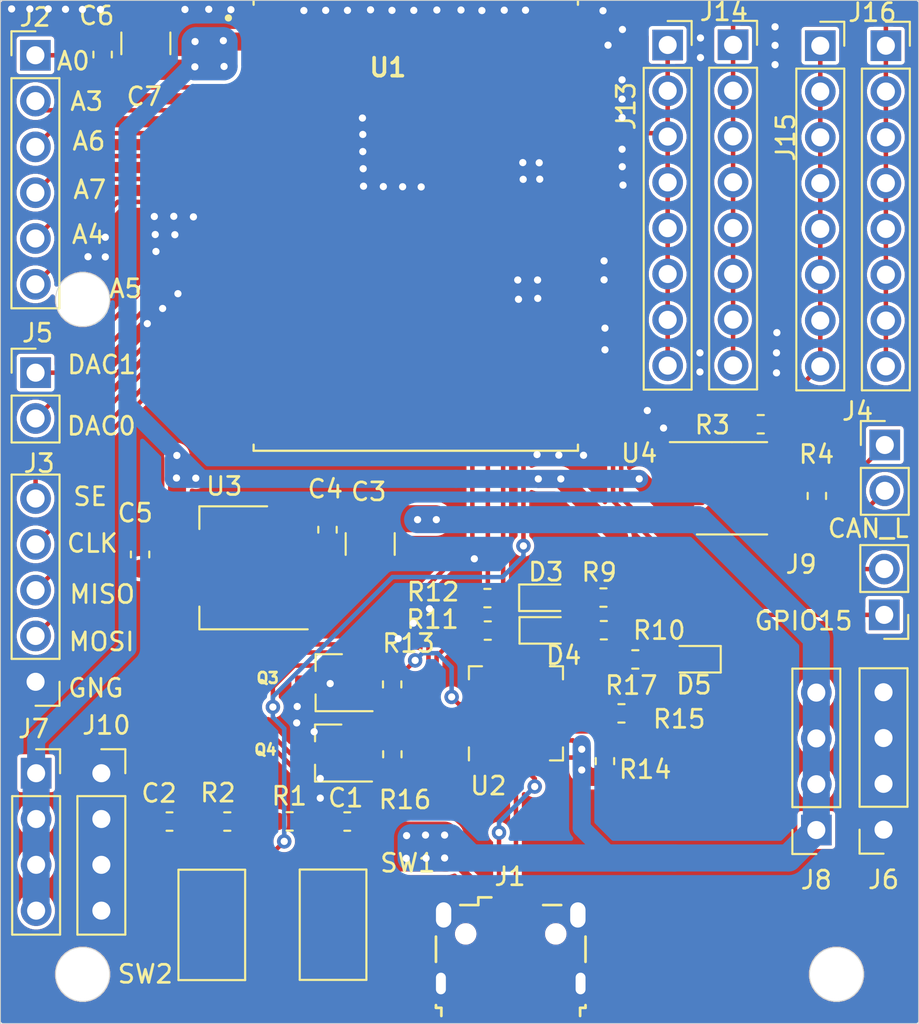
<source format=kicad_pcb>
(kicad_pcb (version 20171130) (host pcbnew 5.1.5+dfsg1-2build2)
  (layers (0 F.Cu signal hide) (31 B.Cu signal hide) (34 B.Paste user) (35 F.Paste user) (36 B.SilkS user) (37 F.SilkS user hide) (38 B.Mask user) (39 F.Mask user) (44 Edge.Cuts user))
  (net 0 "")
  (net 1 GND)
  (net 2 EN)
  (net 3 IO0)
  (net 4 +5V)
  (net 5 +3V3)
  (net 6 "Net-(J1-Pad3)")
  (net 7 "Net-(J1-Pad2)")
  (net 8 AN7)
  (net 9 AN6)
  (net 10 AN5)
  (net 11 AN4)
  (net 12 AN3)
  (net 13 AN0)
  (net 14 HSPI_SE)
  (net 15 HSPI_MISO)
  (net 16 HSPI_MOSI)
  (net 17 HSPI_CLK)
  (net 18 CAN_L)
  (net 19 CAN_H)
  (net 20 DAC2)
  (net 21 DAC1)
  (net 22 I2C_S_D)
  (net 23 I2C_S_C)
  (net 24 IO18)
  (net 25 IO15)
  (net 26 I2C_F_C)
  (net 27 I2C_F_D)
  (net 28 "Net-(R3-Pad1)")
  (net 29 TX0)
  (net 30 RX0)
  (net 31 CAN_TX)
  (net 32 CAN_RX)
  (net 33 "Net-(D3-Pad2)")
  (net 34 "Net-(D4-Pad2)")
  (net 35 DTR)
  (net 36 "Net-(Q3-Pad1)")
  (net 37 RTS)
  (net 38 "Net-(Q4-Pad1)")
  (net 39 "Net-(R11-Pad2)")
  (net 40 "Net-(R12-Pad2)")
  (net 41 SU-)
  (net 42 "Net-(D5-Pad2)")
  (net 43 "Net-(R14-Pad2)")
  (module Button_Switch_SMD:SW_SPST_CK_RS282G05A3 (layer F.Cu) (at 59.33 95.25 270)
    (fp_text reference SW1 (at -3.42 -4.15 180) (layer F.SilkS))
    (fp_text value reset)
    (pad 2 smd rect (at 3.9 0 270) (size 1.5 1.5) (layers F.Cu F.Paste F.Mask) (net 1 GND))
    (pad 1 smd rect (at -3.9 0 270) (size 1.5 1.5) (layers F.Cu F.Paste F.Mask) (net 2 EN))
  )
  (module Connector_PinHeader_2.54mm:PinHeader_1x05_P2.54mm_Vertical (layer F.Cu) (at 42.82 81.78 180)
    (fp_text reference J3 (at -0.2 12.11) (layer F.SilkS))
    (fp_text value Conn_01x05)
    (pad 5 thru_hole oval (at 0 10.16 180) (size 1.7 1.7) (drill 1) (layers *.Cu *.Mask) (net 14 HSPI_SE))
    (pad 4 thru_hole oval (at 0 7.62 180) (size 1.7 1.7) (drill 1) (layers *.Cu *.Mask) (net 17 HSPI_CLK))
    (pad 3 thru_hole oval (at 0 5.08 180) (size 1.7 1.7) (drill 1) (layers *.Cu *.Mask) (net 15 HSPI_MISO))
    (pad 2 thru_hole oval (at 0 2.54 180) (size 1.7 1.7) (drill 1) (layers *.Cu *.Mask) (net 16 HSPI_MOSI))
    (pad 1 thru_hole rect (at 0 0 180) (size 1.7 1.7) (drill 1) (layers *.Cu *.Mask) (net 1 GND))
  )
  (module Resistor_SMD:R_1210_3225Metric (layer F.Cu) (at 61.39 74.14 270)
    (fp_text reference C3 (at -2.9 0.08 180) (layer F.SilkS))
    (fp_text value 10uF)
    (pad 2 smd roundrect (at 1.4 0 270) (size 1.25 2.65) (layers F.Cu F.Paste F.Mask) (roundrect_rratio 0.2) (net 1 GND))
    (pad 1 smd roundrect (at -1.4 0 270) (size 1.25 2.65) (layers F.Cu F.Paste F.Mask) (roundrect_rratio 0.2) (net 4 +5V))
  )
  (module Connector_PinSocket_2.54mm:PinSocket_1x08_P2.54mm_Vertical (layer F.Cu) (at 90.01 46.51)
    (fp_text reference J16 (at -0.75 -1.84) (layer F.SilkS))
    (fp_text value Conn_01x08)
    (pad 8 thru_hole oval (at 0 17.78) (size 1.7 1.7) (drill 1) (layers *.Cu *.Mask) (net 26 I2C_F_C))
    (pad 7 thru_hole oval (at 0 15.24) (size 1.7 1.7) (drill 1) (layers *.Cu *.Mask) (net 26 I2C_F_C))
    (pad 6 thru_hole oval (at 0 12.7) (size 1.7 1.7) (drill 1) (layers *.Cu *.Mask) (net 26 I2C_F_C))
    (pad 5 thru_hole oval (at 0 10.16) (size 1.7 1.7) (drill 1) (layers *.Cu *.Mask) (net 26 I2C_F_C))
    (pad 4 thru_hole oval (at 0 7.62) (size 1.7 1.7) (drill 1) (layers *.Cu *.Mask) (net 26 I2C_F_C))
    (pad 3 thru_hole oval (at 0 5.08) (size 1.7 1.7) (drill 1) (layers *.Cu *.Mask) (net 26 I2C_F_C))
    (pad 2 thru_hole oval (at 0 2.54) (size 1.7 1.7) (drill 1) (layers *.Cu *.Mask) (net 26 I2C_F_C))
    (pad 1 thru_hole rect (at 0 0) (size 1.7 1.7) (drill 1) (layers *.Cu *.Mask) (net 26 I2C_F_C))
  )
  (module Connector_PinSocket_2.54mm:PinSocket_1x08_P2.54mm_Vertical (layer F.Cu) (at 86.37 46.51)
    (fp_text reference J15 (at -1.92 5.08 90) (layer F.SilkS))
    (fp_text value Conn_01x08)
    (pad 8 thru_hole oval (at 0 17.78) (size 1.7 1.7) (drill 1) (layers *.Cu *.Mask) (net 27 I2C_F_D))
    (pad 7 thru_hole oval (at 0 15.24) (size 1.7 1.7) (drill 1) (layers *.Cu *.Mask) (net 27 I2C_F_D))
    (pad 6 thru_hole oval (at 0 12.7) (size 1.7 1.7) (drill 1) (layers *.Cu *.Mask) (net 27 I2C_F_D))
    (pad 5 thru_hole oval (at 0 10.16) (size 1.7 1.7) (drill 1) (layers *.Cu *.Mask) (net 27 I2C_F_D))
    (pad 4 thru_hole oval (at 0 7.62) (size 1.7 1.7) (drill 1) (layers *.Cu *.Mask) (net 27 I2C_F_D))
    (pad 3 thru_hole oval (at 0 5.08) (size 1.7 1.7) (drill 1) (layers *.Cu *.Mask) (net 27 I2C_F_D))
    (pad 2 thru_hole oval (at 0 2.54) (size 1.7 1.7) (drill 1) (layers *.Cu *.Mask) (net 27 I2C_F_D))
    (pad 1 thru_hole rect (at 0 0) (size 1.7 1.7) (drill 1) (layers *.Cu *.Mask) (net 27 I2C_F_D))
  )
  (module Connector_PinSocket_2.54mm:PinSocket_1x08_P2.54mm_Vertical (layer F.Cu) (at 81.53 46.46)
    (fp_text reference J14 (at -0.51 -1.84) (layer F.SilkS))
    (fp_text value Conn_01x08)
    (pad 8 thru_hole oval (at 0 17.78) (size 1.7 1.7) (drill 1) (layers *.Cu *.Mask) (net 23 I2C_S_C))
    (pad 7 thru_hole oval (at 0 15.24) (size 1.7 1.7) (drill 1) (layers *.Cu *.Mask) (net 23 I2C_S_C))
    (pad 6 thru_hole oval (at 0 12.7) (size 1.7 1.7) (drill 1) (layers *.Cu *.Mask) (net 23 I2C_S_C))
    (pad 5 thru_hole oval (at 0 10.16) (size 1.7 1.7) (drill 1) (layers *.Cu *.Mask) (net 23 I2C_S_C))
    (pad 4 thru_hole oval (at 0 7.62) (size 1.7 1.7) (drill 1) (layers *.Cu *.Mask) (net 23 I2C_S_C))
    (pad 3 thru_hole oval (at 0 5.08) (size 1.7 1.7) (drill 1) (layers *.Cu *.Mask) (net 23 I2C_S_C))
    (pad 2 thru_hole oval (at 0 2.54) (size 1.7 1.7) (drill 1) (layers *.Cu *.Mask) (net 23 I2C_S_C))
    (pad 1 thru_hole rect (at 0 0) (size 1.7 1.7) (drill 1) (layers *.Cu *.Mask) (net 23 I2C_S_C))
  )
  (module Connector_PinSocket_2.54mm:PinSocket_1x08_P2.54mm_Vertical (layer F.Cu) (at 77.9 46.47)
    (fp_text reference J13 (at -2.31 3.39 90) (layer F.SilkS))
    (fp_text value Conn_01x08)
    (pad 8 thru_hole oval (at 0 17.78) (size 1.7 1.7) (drill 1) (layers *.Cu *.Mask) (net 22 I2C_S_D))
    (pad 7 thru_hole oval (at 0 15.24) (size 1.7 1.7) (drill 1) (layers *.Cu *.Mask) (net 22 I2C_S_D))
    (pad 6 thru_hole oval (at 0 12.7) (size 1.7 1.7) (drill 1) (layers *.Cu *.Mask) (net 22 I2C_S_D))
    (pad 5 thru_hole oval (at 0 10.16) (size 1.7 1.7) (drill 1) (layers *.Cu *.Mask) (net 22 I2C_S_D))
    (pad 4 thru_hole oval (at 0 7.62) (size 1.7 1.7) (drill 1) (layers *.Cu *.Mask) (net 22 I2C_S_D))
    (pad 3 thru_hole oval (at 0 5.08) (size 1.7 1.7) (drill 1) (layers *.Cu *.Mask) (net 22 I2C_S_D))
    (pad 2 thru_hole oval (at 0 2.54) (size 1.7 1.7) (drill 1) (layers *.Cu *.Mask) (net 22 I2C_S_D))
    (pad 1 thru_hole rect (at 0 0) (size 1.7 1.7) (drill 1) (layers *.Cu *.Mask) (net 22 I2C_S_D))
  )
  (module Connector_PinSocket_2.54mm:PinSocket_1x04_P2.54mm_Vertical (layer F.Cu) (at 46.47 86.85)
    (fp_text reference J10 (at 0.28 -2.66) (layer F.SilkS))
    (fp_text value Conn_01x04)
    (pad 4 thru_hole oval (at 0 7.62) (size 1.7 1.7) (drill 1) (layers *.Cu *.Mask) (net 1 GND))
    (pad 3 thru_hole oval (at 0 5.08) (size 1.7 1.7) (drill 1) (layers *.Cu *.Mask) (net 1 GND))
    (pad 2 thru_hole oval (at 0 2.54) (size 1.7 1.7) (drill 1) (layers *.Cu *.Mask) (net 1 GND))
    (pad 1 thru_hole rect (at 0 0) (size 1.7 1.7) (drill 1) (layers *.Cu *.Mask) (net 1 GND))
  )
  (module Connector_PinSocket_2.54mm:PinSocket_1x04_P2.54mm_Vertical (layer F.Cu) (at 86.15 90 180)
    (fp_text reference J8 (at 0 -2.77) (layer F.SilkS))
    (fp_text value Conn_01x04)
    (pad 4 thru_hole oval (at 0 7.62 180) (size 1.7 1.7) (drill 1) (layers *.Cu *.Mask) (net 4 +5V))
    (pad 3 thru_hole oval (at 0 5.08 180) (size 1.7 1.7) (drill 1) (layers *.Cu *.Mask) (net 4 +5V))
    (pad 2 thru_hole oval (at 0 2.54 180) (size 1.7 1.7) (drill 1) (layers *.Cu *.Mask) (net 4 +5V))
    (pad 1 thru_hole rect (at 0 0 180) (size 1.7 1.7) (drill 1) (layers *.Cu *.Mask) (net 4 +5V))
  )
  (module Connector_PinSocket_2.54mm:PinSocket_1x04_P2.54mm_Vertical (layer F.Cu) (at 42.85 86.85)
    (fp_text reference J7 (at -0.14 -2.46) (layer F.SilkS))
    (fp_text value Conn_01x04)
    (pad 4 thru_hole oval (at 0 7.62) (size 1.7 1.7) (drill 1) (layers *.Cu *.Mask) (net 5 +3V3))
    (pad 3 thru_hole oval (at 0 5.08) (size 1.7 1.7) (drill 1) (layers *.Cu *.Mask) (net 5 +3V3))
    (pad 2 thru_hole oval (at 0 2.54) (size 1.7 1.7) (drill 1) (layers *.Cu *.Mask) (net 5 +3V3))
    (pad 1 thru_hole rect (at 0 0) (size 1.7 1.7) (drill 1) (layers *.Cu *.Mask) (net 5 +3V3))
  )
  (module Connector_PinSocket_2.54mm:PinSocket_1x04_P2.54mm_Vertical (layer F.Cu) (at 89.88 89.98 180)
    (fp_text reference J6 (at 0 -2.77) (layer F.SilkS))
    (fp_text value Conn_01x04)
    (pad 4 thru_hole oval (at 0 7.62 180) (size 1.7 1.7) (drill 1) (layers *.Cu *.Mask) (net 1 GND))
    (pad 3 thru_hole oval (at 0 5.08 180) (size 1.7 1.7) (drill 1) (layers *.Cu *.Mask) (net 1 GND))
    (pad 2 thru_hole oval (at 0 2.54 180) (size 1.7 1.7) (drill 1) (layers *.Cu *.Mask) (net 1 GND))
    (pad 1 thru_hole rect (at 0 0 180) (size 1.7 1.7) (drill 1) (layers *.Cu *.Mask) (net 1 GND))
  )
  (module Resistor_SMD:R_0603_1608Metric_Pad1.05x0.95mm_HandSolder (layer F.Cu) (at 76.105 80.54 180)
    (fp_text reference R17 (at 0.225 -1.44) (layer F.SilkS))
    (fp_text value R)
    (pad 2 smd roundrect (at 0.875 0 180) (size 1.05 0.95) (layers F.Cu F.Paste F.Mask) (net 5 +3V3))
    (pad 1 smd roundrect (at -0.875 0 180) (size 1.05 0.95) (layers F.Cu F.Paste F.Mask) (net 42 "Net-(D5-Pad2)"))
  )
  (module LED_SMD:LED_0603_1608Metric (layer F.Cu) (at 79.36 80.53 180)
    (fp_text reference D5 (at 0 -1.43) (layer F.SilkS))
    (fp_text value LED)
    (pad 2 smd roundrect (at 0.7875 0 180) (size 0.875 0.95) (layers F.Cu F.Paste F.Mask) (net 42 "Net-(D5-Pad2)"))
    (pad 1 smd roundrect (at -0.7875 0 180) (size 0.875 0.95) (layers F.Cu F.Paste F.Mask) (net 1 GND))
  )
  (module Resistor_SMD:R_0603_1608Metric_Pad1.05x0.95mm_HandSolder (layer F.Cu) (at 62.62 85.8 270)
    (fp_text reference R16 (at 2.52 -0.7 180) (layer F.SilkS))
    (fp_text value 10K)
    (pad 2 smd roundrect (at 0.875 0 270) (size 1.05 0.95) (layers F.Cu F.Paste F.Mask) (net 38 "Net-(Q4-Pad1)"))
    (pad 1 smd roundrect (at -0.875 0 270) (size 1.05 0.95) (layers F.Cu F.Paste F.Mask) (net 35 DTR))
  )
  (module Resistor_SMD:R_0603_1608Metric_Pad1.05x0.95mm_HandSolder (layer F.Cu) (at 75.335 83.53)
    (fp_text reference R15 (at 3.205 0.32) (layer F.SilkS))
    (fp_text value 10K)
    (pad 2 smd roundrect (at 0.875 0) (size 1.05 0.95) (layers F.Cu F.Paste F.Mask) (net 1 GND))
    (pad 1 smd roundrect (at -0.875 0) (size 1.05 0.95) (layers F.Cu F.Paste F.Mask) (net 41 SU-))
  )
  (module Resistor_SMD:R_0603_1608Metric_Pad1.05x0.95mm_HandSolder (layer F.Cu) (at 74.42 86.18 90)
    (fp_text reference R14 (at -0.46 2.23 180) (layer F.SilkS))
    (fp_text value 1K)
    (pad 2 smd roundrect (at 0.875 0 90) (size 1.05 0.95) (layers F.Cu F.Paste F.Mask) (net 43 "Net-(R14-Pad2)"))
    (pad 1 smd roundrect (at -0.875 0 90) (size 1.05 0.95) (layers F.Cu F.Paste F.Mask) (net 4 +5V))
  )
  (module Resistor_SMD:R_0603_1608Metric_Pad1.05x0.95mm_HandSolder (layer F.Cu) (at 62.61 81.925 270)
    (fp_text reference R13 (at -2.275 -0.91 180) (layer F.SilkS))
    (fp_text value 10K)
    (pad 2 smd roundrect (at 0.875 0 270) (size 1.05 0.95) (layers F.Cu F.Paste F.Mask) (net 36 "Net-(Q3-Pad1)"))
    (pad 1 smd roundrect (at -0.875 0 270) (size 1.05 0.95) (layers F.Cu F.Paste F.Mask) (net 37 RTS))
  )
  (module Resistor_SMD:R_0603_1608Metric_Pad1.05x0.95mm_HandSolder (layer F.Cu) (at 67.895 77.14 180)
    (fp_text reference R12 (at 3.015 0.34) (layer F.SilkS))
    (fp_text value 470)
    (pad 2 smd roundrect (at 0.875 0 180) (size 1.05 0.95) (layers F.Cu F.Paste F.Mask) (net 40 "Net-(R12-Pad2)"))
    (pad 1 smd roundrect (at -0.875 0 180) (size 1.05 0.95) (layers F.Cu F.Paste F.Mask) (net 30 RX0))
  )
  (module Resistor_SMD:R_0603_1608Metric_Pad1.05x0.95mm_HandSolder (layer F.Cu) (at 67.915 78.94 180)
    (fp_text reference R11 (at 3.065 0.62) (layer F.SilkS))
    (fp_text value 470)
    (pad 2 smd roundrect (at 0.875 0 180) (size 1.05 0.95) (layers F.Cu F.Paste F.Mask) (net 39 "Net-(R11-Pad2)"))
    (pad 1 smd roundrect (at -0.875 0 180) (size 1.05 0.95) (layers F.Cu F.Paste F.Mask) (net 29 TX0))
  )
  (module Resistor_SMD:R_0603_1608Metric_Pad1.05x0.95mm_HandSolder (layer F.Cu) (at 74.355 78.92 180)
    (fp_text reference R10 (at -3.075 -0.01) (layer F.SilkS))
    (fp_text value 470)
    (pad 2 smd roundrect (at 0.875 0 180) (size 1.05 0.95) (layers F.Cu F.Paste F.Mask) (net 34 "Net-(D4-Pad2)"))
    (pad 1 smd roundrect (at -0.875 0 180) (size 1.05 0.95) (layers F.Cu F.Paste F.Mask) (net 5 +3V3))
  )
  (module Resistor_SMD:R_0603_1608Metric_Pad1.05x0.95mm_HandSolder (layer F.Cu) (at 74.335 77.11 180)
    (fp_text reference R9 (at 0.235 1.4) (layer F.SilkS))
    (fp_text value 470)
    (pad 2 smd roundrect (at 0.875 0 180) (size 1.05 0.95) (layers F.Cu F.Paste F.Mask) (net 33 "Net-(D3-Pad2)"))
    (pad 1 smd roundrect (at -0.875 0 180) (size 1.05 0.95) (layers F.Cu F.Paste F.Mask) (net 5 +3V3))
  )
  (module footprints:SOT-23_standar (layer F.Cu) (at 59.09 85.73 180)
    (fp_text reference Q4 (at 3.51 0.18 180) (layer F.SilkS) (effects (font (size 0.6 0.6))))
    (fp_text value Q_NPN_BCE hide)
    (pad 3 smd rect (at 1.3 0 180) (size 1.2 0.8) (layers F.Cu F.Paste F.Mask) (net 37 RTS))
    (pad 2 smd rect (at -1.3 0.95 180) (size 1.2 0.8) (layers F.Cu F.Paste F.Mask) (net 2 EN))
    (pad 1 smd rect (at -1.3 -0.95 180) (size 1.2 0.8) (layers F.Cu F.Paste F.Mask) (net 38 "Net-(Q4-Pad1)"))
  )
  (module footprints:SOT-23_standar (layer F.Cu) (at 59.12 81.83 180)
    (fp_text reference Q3 (at 3.42 0.26 180) (layer F.SilkS) (effects (font (size 0.6 0.6))))
    (fp_text value Q_NPN_BCE hide)
    (pad 3 smd rect (at 1.3 0 180) (size 1.2 0.8) (layers F.Cu F.Paste F.Mask) (net 35 DTR))
    (pad 2 smd rect (at -1.3 0.95 180) (size 1.2 0.8) (layers F.Cu F.Paste F.Mask) (net 3 IO0))
    (pad 1 smd rect (at -1.3 -0.95 180) (size 1.2 0.8) (layers F.Cu F.Paste F.Mask) (net 36 "Net-(Q3-Pad1)"))
  )
  (module LED_SMD:LED_0603_1608Metric (layer F.Cu) (at 71.1625 78.93)
    (fp_text reference D4 (at 0.9675 1.39) (layer F.SilkS))
    (fp_text value LED)
    (pad 2 smd roundrect (at 0.7875 0) (size 0.875 0.95) (layers F.Cu F.Paste F.Mask) (net 34 "Net-(D4-Pad2)"))
    (pad 1 smd roundrect (at -0.7875 0) (size 0.875 0.95) (layers F.Cu F.Paste F.Mask) (net 29 TX0))
  )
  (module LED_SMD:LED_0603_1608Metric (layer F.Cu) (at 71.1425 77.12)
    (fp_text reference D3 (at 0 -1.43) (layer F.SilkS))
    (fp_text value LED)
    (pad 2 smd roundrect (at 0.7875 0) (size 0.875 0.95) (layers F.Cu F.Paste F.Mask) (net 33 "Net-(D3-Pad2)"))
    (pad 1 smd roundrect (at -0.7875 0) (size 0.875 0.95) (layers F.Cu F.Paste F.Mask) (net 30 RX0))
  )
  (module Package_SO:SOIC-8_3.9x4.9mm_P1.27mm (layer F.Cu) (at 81.47 71.05)
    (fp_text reference U4 (at -5.15 -1.94) (layer F.SilkS))
    (fp_text value SN65HVD230)
    (pad 8 smd roundrect (at 2.475 -1.905) (size 1.95 0.6) (layers F.Cu F.Paste F.Mask) (net 28 "Net-(R3-Pad1)"))
    (pad 7 smd roundrect (at 2.475 -0.635) (size 1.95 0.6) (layers F.Cu F.Paste F.Mask) (net 19 CAN_H))
    (pad 6 smd roundrect (at 2.475 0.635) (size 1.95 0.6) (layers F.Cu F.Paste F.Mask) (net 18 CAN_L))
    (pad 5 smd roundrect (at 2.475 1.905) (size 1.95 0.6) (layers F.Cu F.Paste F.Mask))
    (pad 4 smd roundrect (at -2.475 1.905) (size 1.95 0.6) (layers F.Cu F.Paste F.Mask) (net 32 CAN_RX))
    (pad 3 smd roundrect (at -2.475 0.635) (size 1.95 0.6) (layers F.Cu F.Paste F.Mask) (net 5 +3V3))
    (pad 2 smd roundrect (at -2.475 -0.635) (size 1.95 0.6) (layers F.Cu F.Paste F.Mask) (net 1 GND))
    (pad 1 smd roundrect (at -2.475 -1.905) (size 1.95 0.6) (layers F.Cu F.Paste F.Mask) (net 31 CAN_TX))
  )
  (module Package_TO_SOT_SMD:SOT-223-3_TabPin2 (layer F.Cu) (at 53.82 75.46 180)
    (fp_text reference U3 (at 0.53 4.52) (layer F.SilkS))
    (fp_text value AMS1117-3.3)
    (pad 1 smd rect (at -3.15 -2.3 180) (size 2 1.5) (layers F.Cu F.Paste F.Mask) (net 1 GND))
    (pad 3 smd rect (at -3.15 2.3 180) (size 2 1.5) (layers F.Cu F.Paste F.Mask) (net 4 +5V))
    (pad 2 smd rect (at -3.15 0 180) (size 2 1.5) (layers F.Cu F.Paste F.Mask) (net 5 +3V3))
    (pad 2 smd rect (at 3.15 0 180) (size 2 3.8) (layers F.Cu F.Paste F.Mask) (net 5 +3V3))
  )
  (module Package_DFN_QFN:QFN-28-1EP_5x5mm_P0.5mm_EP3.35x3.35mm (layer F.Cu) (at 69.48 83.53 90)
    (fp_text reference U2 (at -4.02 -1.53 180) (layer F.SilkS))
    (fp_text value CP2102N)
    (pad 28 smd roundrect (at -1.5 -2.45 90) (size 0.25 0.8) (layers F.Cu F.Paste F.Mask) (net 35 DTR))
    (pad 27 smd roundrect (at -1 -2.45 90) (size 0.25 0.8) (layers F.Cu F.Paste F.Mask))
    (pad 26 smd roundrect (at -0.5 -2.45 90) (size 0.25 0.8) (layers F.Cu F.Paste F.Mask) (net 40 "Net-(R12-Pad2)"))
    (pad 25 smd roundrect (at 0 -2.45 90) (size 0.25 0.8) (layers F.Cu F.Paste F.Mask) (net 39 "Net-(R11-Pad2)"))
    (pad 24 smd roundrect (at 0.5 -2.45 90) (size 0.25 0.8) (layers F.Cu F.Paste F.Mask) (net 37 RTS))
    (pad 23 smd roundrect (at 1 -2.45 90) (size 0.25 0.8) (layers F.Cu F.Paste F.Mask))
    (pad 22 smd roundrect (at 1.5 -2.45 90) (size 0.25 0.8) (layers F.Cu F.Paste F.Mask))
    (pad 21 smd roundrect (at 2.45 -1.5 90) (size 0.8 0.25) (layers F.Cu F.Paste F.Mask))
    (pad 20 smd roundrect (at 2.45 -1 90) (size 0.8 0.25) (layers F.Cu F.Paste F.Mask))
    (pad 19 smd roundrect (at 2.45 -0.5 90) (size 0.8 0.25) (layers F.Cu F.Paste F.Mask))
    (pad 18 smd roundrect (at 2.45 0 90) (size 0.8 0.25) (layers F.Cu F.Paste F.Mask))
    (pad 17 smd roundrect (at 2.45 0.5 90) (size 0.8 0.25) (layers F.Cu F.Paste F.Mask))
    (pad 16 smd roundrect (at 2.45 1 90) (size 0.8 0.25) (layers F.Cu F.Paste F.Mask))
    (pad 15 smd roundrect (at 2.45 1.5 90) (size 0.8 0.25) (layers F.Cu F.Paste F.Mask))
    (pad 14 smd roundrect (at 1.5 2.45 90) (size 0.25 0.8) (layers F.Cu F.Paste F.Mask))
    (pad 13 smd roundrect (at 1 2.45 90) (size 0.25 0.8) (layers F.Cu F.Paste F.Mask))
    (pad 12 smd roundrect (at 0.5 2.45 90) (size 0.25 0.8) (layers F.Cu F.Paste F.Mask))
    (pad 11 smd roundrect (at 0 2.45 90) (size 0.25 0.8) (layers F.Cu F.Paste F.Mask) (net 41 SU-))
    (pad 10 smd roundrect (at -0.5 2.45 90) (size 0.25 0.8) (layers F.Cu F.Paste F.Mask))
    (pad 9 smd roundrect (at -1 2.45 90) (size 0.25 0.8) (layers F.Cu F.Paste F.Mask) (net 43 "Net-(R14-Pad2)"))
    (pad 8 smd roundrect (at -1.5 2.45 90) (size 0.25 0.8) (layers F.Cu F.Paste F.Mask) (net 4 +5V))
    (pad 7 smd roundrect (at -2.45 1.5 90) (size 0.8 0.25) (layers F.Cu F.Paste F.Mask) (net 4 +5V))
    (pad 6 smd roundrect (at -2.45 1 90) (size 0.8 0.25) (layers F.Cu F.Paste F.Mask))
    (pad 5 smd roundrect (at -2.45 0.5 90) (size 0.8 0.25) (layers F.Cu F.Paste F.Mask) (net 7 "Net-(J1-Pad2)"))
    (pad 4 smd roundrect (at -2.45 0 90) (size 0.8 0.25) (layers F.Cu F.Paste F.Mask) (net 6 "Net-(J1-Pad3)"))
    (pad 3 smd roundrect (at -2.45 -0.5 90) (size 0.8 0.25) (layers F.Cu F.Paste F.Mask) (net 1 GND))
    (pad 2 smd roundrect (at -2.45 -1 90) (size 0.8 0.25) (layers F.Cu F.Paste F.Mask))
    (pad 1 smd roundrect (at -2.45 -1.5 90) (size 0.8 0.25) (layers F.Cu F.Paste F.Mask))
    (pad 29 smd roundrect (at 0 0 90) (size 3.35 3.35) (layers F.Cu F.Mask) (roundrect_rratio 0.074627) (net 1 GND))
  )
  (module "footprints:XCVR_ESP32-WROVER-B_(16MB)" (layer F.Cu) (at 63.92 53.27)
    (fp_text reference U1 (at -1.55 -5.55) (layer F.SilkS) (effects (font (thickness 0.2))))
    (fp_text value "ESP32-WROVER-B_(16MB)")
    (pad 39 smd rect (at -1 -0.76) (size 5 5) (layers F.Cu F.Mask) (net 1 GND))
    (pad 38 smd rect (at 8.5 -8.26) (size 2 0.9) (layers F.Cu F.Paste F.Mask) (net 1 GND))
    (pad 37 smd rect (at 8.5 -6.99) (size 2 0.9) (layers F.Cu F.Paste F.Mask) (net 26 I2C_F_C))
    (pad 36 smd rect (at 8.5 -5.72) (size 2 0.9) (layers F.Cu F.Paste F.Mask) (net 23 I2C_S_C))
    (pad 35 smd rect (at 8.5 -4.45) (size 2 0.9) (layers F.Cu F.Paste F.Mask) (net 29 TX0))
    (pad 34 smd rect (at 8.5 -3.18) (size 2 0.9) (layers F.Cu F.Paste F.Mask) (net 30 RX0))
    (pad 33 smd rect (at 8.5 -1.91) (size 2 0.9) (layers F.Cu F.Paste F.Mask) (net 22 I2C_S_D))
    (pad 32 smd rect (at 8.5 -0.64) (size 2 0.9) (layers F.Cu F.Paste F.Mask))
    (pad 31 smd rect (at 8.5 0.63) (size 2 0.9) (layers F.Cu F.Paste F.Mask) (net 27 I2C_F_D))
    (pad 30 smd rect (at 8.5 1.9) (size 2 0.9) (layers F.Cu F.Paste F.Mask) (net 24 IO18))
    (pad 29 smd rect (at 8.5 3.17) (size 2 0.9) (layers F.Cu F.Paste F.Mask) (net 31 CAN_TX))
    (pad 28 smd rect (at 8.5 4.44) (size 2 0.9) (layers F.Cu F.Paste F.Mask))
    (pad 27 smd rect (at 8.5 5.71) (size 2 0.9) (layers F.Cu F.Paste F.Mask))
    (pad 26 smd rect (at 8.5 6.98) (size 2 0.9) (layers F.Cu F.Paste F.Mask) (net 32 CAN_RX))
    (pad 25 smd rect (at 8.5 8.25) (size 2 0.9) (layers F.Cu F.Paste F.Mask) (net 3 IO0))
    (pad 24 smd rect (at 8.5 9.52) (size 2 0.9) (layers F.Cu F.Paste F.Mask))
    (pad 23 smd rect (at 8.5 10.79) (size 2 0.9) (layers F.Cu F.Paste F.Mask) (net 25 IO15))
    (pad 22 smd rect (at 8.5 12.06) (size 2 0.9) (layers F.Cu F.Paste F.Mask))
    (pad 21 smd rect (at 8.5 13.33) (size 2 0.9) (layers F.Cu F.Paste F.Mask))
    (pad 20 smd rect (at 8.5 14.6) (size 2 0.9) (layers F.Cu F.Paste F.Mask))
    (pad 19 smd rect (at -8.5 14.6) (size 2 0.9) (layers F.Cu F.Paste F.Mask))
    (pad 18 smd rect (at -8.5 13.33) (size 2 0.9) (layers F.Cu F.Paste F.Mask))
    (pad 17 smd rect (at -8.5 12.06) (size 2 0.9) (layers F.Cu F.Paste F.Mask))
    (pad 16 smd rect (at -8.5 10.79) (size 2 0.9) (layers F.Cu F.Paste F.Mask) (net 16 HSPI_MOSI))
    (pad 15 smd rect (at -8.5 9.52) (size 2 0.9) (layers F.Cu F.Paste F.Mask) (net 1 GND))
    (pad 14 smd rect (at -8.5 8.25) (size 2 0.9) (layers F.Cu F.Paste F.Mask) (net 15 HSPI_MISO))
    (pad 13 smd rect (at -8.5 6.98) (size 2 0.9) (layers F.Cu F.Paste F.Mask) (net 17 HSPI_CLK))
    (pad 12 smd rect (at -8.5 5.71) (size 2 0.9) (layers F.Cu F.Paste F.Mask) (net 14 HSPI_SE))
    (pad 11 smd rect (at -8.5 4.44) (size 2 0.9) (layers F.Cu F.Paste F.Mask) (net 20 DAC2))
    (pad 10 smd rect (at -8.5 3.17) (size 2 0.9) (layers F.Cu F.Paste F.Mask) (net 21 DAC1))
    (pad 9 smd rect (at -8.5 1.9) (size 2 0.9) (layers F.Cu F.Paste F.Mask) (net 10 AN5))
    (pad 8 smd rect (at -8.5 0.63) (size 2 0.9) (layers F.Cu F.Paste F.Mask) (net 11 AN4))
    (pad 7 smd rect (at -8.5 -0.64) (size 2 0.9) (layers F.Cu F.Paste F.Mask) (net 8 AN7))
    (pad 6 smd rect (at -8.5 -1.91) (size 2 0.9) (layers F.Cu F.Paste F.Mask) (net 9 AN6))
    (pad 5 smd rect (at -8.5 -3.18) (size 2 0.9) (layers F.Cu F.Paste F.Mask) (net 12 AN3))
    (pad 4 smd rect (at -8.5 -4.45) (size 2 0.9) (layers F.Cu F.Paste F.Mask) (net 13 AN0))
    (pad 3 smd rect (at -8.5 -5.72) (size 2 0.9) (layers F.Cu F.Paste F.Mask) (net 2 EN))
    (pad 2 smd rect (at -8.5 -6.99) (size 2 0.9) (layers F.Cu F.Paste F.Mask) (net 5 +3V3))
    (pad 1 smd rect (at -8.5 -8.26) (size 2 0.9) (layers F.Cu F.Paste F.Mask) (net 1 GND))
  )
  (module Button_Switch_SMD:SW_SPST_CK_RS282G05A3 (layer F.Cu) (at 52.6 95.26 270)
    (fp_text reference SW2 (at 2.73 3.69 180) (layer F.SilkS))
    (fp_text value boot)
    (pad 2 smd rect (at 3.9 0 270) (size 1.5 1.5) (layers F.Cu F.Paste F.Mask) (net 1 GND))
    (pad 1 smd rect (at -3.9 0 270) (size 1.5 1.5) (layers F.Cu F.Paste F.Mask) (net 3 IO0))
  )
  (module Resistor_SMD:R_0603_1608Metric_Pad1.05x0.95mm_HandSolder (layer F.Cu) (at 86.18 71.475 270)
    (fp_text reference R4 (at -2.305 0.02 180) (layer F.SilkS))
    (fp_text value 120)
    (pad 2 smd roundrect (at 0.875 0 270) (size 1.05 0.95) (layers F.Cu F.Paste F.Mask) (net 18 CAN_L))
    (pad 1 smd roundrect (at -0.875 0 270) (size 1.05 0.95) (layers F.Cu F.Paste F.Mask) (net 19 CAN_H))
  )
  (module Resistor_SMD:R_0603_1608Metric_Pad1.05x0.95mm_HandSolder (layer F.Cu) (at 83.065 67.5 180)
    (fp_text reference R3 (at 2.685 -0.04) (layer F.SilkS))
    (fp_text value 10K)
    (pad 2 smd roundrect (at 0.875 0 180) (size 1.05 0.95) (layers F.Cu F.Paste F.Mask) (net 1 GND))
    (pad 1 smd roundrect (at -0.875 0 180) (size 1.05 0.95) (layers F.Cu F.Paste F.Mask) (net 28 "Net-(R3-Pad1)"))
  )
  (module Resistor_SMD:R_0603_1608Metric_Pad1.05x0.95mm_HandSolder (layer F.Cu) (at 53.46 89.53 180)
    (fp_text reference R2 (at 0.52 1.59) (layer F.SilkS))
    (fp_text value 10K)
    (pad 2 smd roundrect (at 0.875 0 180) (size 1.05 0.95) (layers F.Cu F.Paste F.Mask) (net 3 IO0))
    (pad 1 smd roundrect (at -0.875 0 180) (size 1.05 0.95) (layers F.Cu F.Paste F.Mask) (net 5 +3V3))
  )
  (module Resistor_SMD:R_0603_1608Metric_Pad1.05x0.95mm_HandSolder (layer F.Cu) (at 56.92 89.52)
    (fp_text reference R1 (at -0.02 -1.4) (layer F.SilkS))
    (fp_text value 10K)
    (pad 2 smd roundrect (at 0.875 0) (size 1.05 0.95) (layers F.Cu F.Paste F.Mask) (net 2 EN))
    (pad 1 smd roundrect (at -0.875 0) (size 1.05 0.95) (layers F.Cu F.Paste F.Mask) (net 5 +3V3))
  )
  (module Connector_PinHeader_2.54mm:PinHeader_1x02_P2.54mm_Vertical (layer F.Cu) (at 89.92 78.07 180)
    (fp_text reference J9 (at 4.61 2.8) (layer F.SilkS))
    (fp_text value Free_pin)
    (pad 2 thru_hole oval (at 0 2.54 180) (size 1.7 1.7) (drill 1) (layers *.Cu *.Mask) (net 24 IO18))
    (pad 1 thru_hole rect (at 0 0 180) (size 1.7 1.7) (drill 1) (layers *.Cu *.Mask) (net 25 IO15))
  )
  (module Connector_PinHeader_2.54mm:PinHeader_1x02_P2.54mm_Vertical (layer F.Cu) (at 42.82 64.64)
    (fp_text reference J5 (at 0.11 -2.2) (layer F.SilkS))
    (fp_text value DAC)
    (pad 2 thru_hole oval (at 0 2.54) (size 1.7 1.7) (drill 1) (layers *.Cu *.Mask) (net 20 DAC2))
    (pad 1 thru_hole rect (at 0 0) (size 1.7 1.7) (drill 1) (layers *.Cu *.Mask) (net 21 DAC1))
  )
  (module Connector_PinHeader_2.54mm:PinHeader_1x02_P2.54mm_Vertical (layer F.Cu) (at 89.95 68.65)
    (fp_text reference J4 (at -1.51 -1.87) (layer F.SilkS))
    (fp_text value CAN_out)
    (pad 2 thru_hole oval (at 0 2.54) (size 1.7 1.7) (drill 1) (layers *.Cu *.Mask) (net 18 CAN_L))
    (pad 1 thru_hole rect (at 0 0) (size 1.7 1.7) (drill 1) (layers *.Cu *.Mask) (net 19 CAN_H))
  )
  (module Connector_PinHeader_2.54mm:PinHeader_1x06_P2.54mm_Vertical (layer F.Cu) (at 42.81 47.04)
    (fp_text reference J2 (at -0.02 -2.11) (layer F.SilkS))
    (fp_text value AN_IN)
    (pad 6 thru_hole oval (at 0 12.7) (size 1.7 1.7) (drill 1) (layers *.Cu *.Mask) (net 10 AN5))
    (pad 5 thru_hole oval (at 0 10.16) (size 1.7 1.7) (drill 1) (layers *.Cu *.Mask) (net 11 AN4))
    (pad 4 thru_hole oval (at 0 7.62) (size 1.7 1.7) (drill 1) (layers *.Cu *.Mask) (net 8 AN7))
    (pad 3 thru_hole oval (at 0 5.08) (size 1.7 1.7) (drill 1) (layers *.Cu *.Mask) (net 9 AN6))
    (pad 2 thru_hole oval (at 0 2.54) (size 1.7 1.7) (drill 1) (layers *.Cu *.Mask) (net 12 AN3))
    (pad 1 thru_hole rect (at 0 0) (size 1.7 1.7) (drill 1) (layers *.Cu *.Mask) (net 13 AN0))
  )
  (module Connector_USB:USB_Micro-B_Wuerth_629105150521 (layer F.Cu) (at 69.19 96.56)
    (fp_text reference J1 (at -0.04 -3.98) (layer F.SilkS))
    (fp_text value USB_B_Micro)
    (pad "" np_thru_hole oval (at 2.5 -0.8) (size 0.8 0.8) (drill 0.8) (layers *.Cu *.Mask))
    (pad "" np_thru_hole oval (at -2.5 -0.8) (size 0.8 0.8) (drill 0.8) (layers *.Cu *.Mask))
    (pad 6 thru_hole oval (at 3.875 1.95) (size 1.15 1.8) (drill oval 0.55 1.2) (layers *.Cu *.Mask) (net 1 GND))
    (pad 6 thru_hole oval (at -3.875 1.95) (size 1.15 1.8) (drill oval 0.55 1.2) (layers *.Cu *.Mask) (net 1 GND))
    (pad 6 thru_hole oval (at 3.725 -1.85) (size 1.45 2) (drill oval 0.85 1.4) (layers *.Cu *.Mask) (net 1 GND))
    (pad 6 thru_hole oval (at -3.725 -1.85) (size 1.45 2) (drill oval 0.85 1.4) (layers *.Cu *.Mask) (net 1 GND))
    (pad 5 smd rect (at 1.3 -1.9) (size 0.45 1.3) (layers F.Cu F.Paste F.Mask) (net 1 GND))
    (pad 4 smd rect (at 0.65 -1.9) (size 0.45 1.3) (layers F.Cu F.Paste F.Mask))
    (pad 3 smd rect (at 0 -1.9) (size 0.45 1.3) (layers F.Cu F.Paste F.Mask) (net 6 "Net-(J1-Pad3)"))
    (pad 2 smd rect (at -0.65 -1.9) (size 0.45 1.3) (layers F.Cu F.Paste F.Mask) (net 7 "Net-(J1-Pad2)"))
    (pad 1 smd rect (at -1.3 -1.9) (size 0.45 1.3) (layers F.Cu F.Paste F.Mask) (net 4 +5V))
  )
  (module Capacitor_SMD:C_1210_3225Metric (layer F.Cu) (at 48.94 46.38 270)
    (fp_text reference C7 (at 2.95 0.09 180) (layer F.SilkS))
    (fp_text value 10uF)
    (pad 2 smd roundrect (at 1.4 0 270) (size 1.25 2.65) (layers F.Cu F.Paste F.Mask) (roundrect_rratio 0.2) (net 5 +3V3))
    (pad 1 smd roundrect (at -1.4 0 270) (size 1.25 2.65) (layers F.Cu F.Paste F.Mask) (roundrect_rratio 0.2) (net 1 GND))
  )
  (module Capacitor_SMD:C_0603_1608Metric (layer F.Cu) (at 46.54 47 270)
    (fp_text reference C6 (at -2.15 0.33 180) (layer F.SilkS))
    (fp_text value 100nF)
    (pad 2 smd roundrect (at 0.7875 0 270) (size 0.875 0.95) (layers F.Cu F.Paste F.Mask) (net 5 +3V3))
    (pad 1 smd roundrect (at -0.7875 0 270) (size 0.875 0.95) (layers F.Cu F.Paste F.Mask) (net 1 GND))
  )
  (module Capacitor_SMD:C_0603_1608Metric (layer F.Cu) (at 48.62 74.72 90)
    (fp_text reference C5 (at 2.3 -0.27 180) (layer F.SilkS))
    (fp_text value 100nF)
    (pad 2 smd roundrect (at 0.7875 0 90) (size 0.875 0.95) (layers F.Cu F.Paste F.Mask) (net 1 GND))
    (pad 1 smd roundrect (at -0.7875 0 90) (size 0.875 0.95) (layers F.Cu F.Paste F.Mask) (net 5 +3V3))
  )
  (module Capacitor_SMD:C_0603_1608Metric (layer F.Cu) (at 59.02 73.3475 270)
    (fp_text reference C4 (at -2.2575 0.12 180) (layer F.SilkS))
    (fp_text value 100nF)
    (pad 2 smd roundrect (at 0.7875 0 270) (size 0.875 0.95) (layers F.Cu F.Paste F.Mask) (net 1 GND))
    (pad 1 smd roundrect (at -0.7875 0 270) (size 0.875 0.95) (layers F.Cu F.Paste F.Mask) (net 4 +5V))
  )
  (module Capacitor_SMD:C_0603_1608Metric (layer F.Cu) (at 50.2525 89.53 180)
    (fp_text reference C2 (at 0.5825 1.57) (layer F.SilkS))
    (fp_text value 100nF)
    (pad 2 smd roundrect (at 0.7875 0 180) (size 0.875 0.95) (layers F.Cu F.Paste F.Mask) (net 1 GND))
    (pad 1 smd roundrect (at -0.7875 0 180) (size 0.875 0.95) (layers F.Cu F.Paste F.Mask) (net 3 IO0))
  )
  (module Capacitor_SMD:C_0603_1608Metric (layer F.Cu) (at 60.1175 89.53)
    (fp_text reference C1 (at -0.0875 -1.31) (layer F.SilkS))
    (fp_text value 100nF)
    (pad 2 smd roundrect (at 0.7875 0) (size 0.875 0.95) (layers F.Cu F.Paste F.Mask) (net 1 GND))
    (pad 1 smd roundrect (at -0.7875 0) (size 0.875 0.95) (layers F.Cu F.Paste F.Mask) (net 2 EN))
  )
  (gr_text GPIO15 (at 85.44 78.41) (layer F.SilkS) (effects (font (size 1 1))))
  (gr_text GNG (at 46.16 82.13) (layer F.SilkS) (effects (font (size 1 1))))
  (gr_text MOSI (at 46.48 79.56) (layer F.SilkS) (effects (font (size 1 1))))
  (gr_text MISO (at 46.52 76.93) (layer F.SilkS) (effects (font (size 1 1))))
  (gr_text CLK (at 45.97 74.1) (layer F.SilkS) (effects (font (size 1 1))))
  (gr_text SE (at 45.85 71.51) (layer F.SilkS) (effects (font (size 1 1))))
  (gr_text DAC0 (at 46.47 67.6) (layer F.SilkS) (effects (font (size 1 1))))
  (gr_text DAC1 (at 46.49 64.2) (layer F.SilkS) (effects (font (size 1 1))))
  (gr_text A5 (at 47.81 59.98) (layer F.SilkS) (effects (font (size 1 1))))
  (gr_text A4 (at 45.75 56.98) (layer F.SilkS) (effects (font (size 1 1))))
  (gr_text A7 (at 45.83 54.49) (layer F.SilkS) (effects (font (size 1 1))))
  (gr_text A6 (at 45.78 51.8) (layer F.SilkS) (effects (font (size 1 1))))
  (gr_text A3 (at 45.66 49.6) (layer F.SilkS) (effects (font (size 1 1))))
  (gr_text A0 (at 44.91 47.36) (layer F.SilkS) (effects (font (size 1 1))))
  (gr_text CAN_L (at 89.03 73.28) (layer F.SilkS) (effects (font (size 1 1))))
  (gr_line (start 91.83 100.74) (end 40.87 100.74) (layer Edge.Cuts) (width 0.05))
  (gr_circle (center 87.27 98) (end 88.77 98) (layer Edge.Cuts) (width 0.05))
  (gr_circle (center 45.43 98) (end 46.93 98) (layer Edge.Cuts) (width 0.05))
  (gr_circle (center 45.43 60.58) (end 46.93 60.58) (layer Edge.Cuts) (width 0.05))
  (gr_line (start 91.83 44) (end 40.87 44) (layer Edge.Cuts) (width 0.05))
  (gr_line (start 91.83 100.74) (end 91.83 44) (layer Edge.Cuts) (width 0.05))
  (gr_line (start 40.87 44) (end 40.87 100.74) (layer Edge.Cuts) (width 0.05))
  (via (at 64.22 54.34) (size 0.8) (drill 0.4) (layers F.Cu B.Cu) (net 1))
  (via (at 63.19 54.33) (size 0.8) (drill 0.4) (layers F.Cu B.Cu) (net 1))
  (via (at 62.12 54.32) (size 0.8) (drill 0.4) (layers F.Cu B.Cu) (net 1))
  (via (at 61.02 54.3) (size 0.8) (drill 0.4) (layers F.Cu B.Cu) (net 1))
  (via (at 61 53.33) (size 0.8) (drill 0.4) (layers F.Cu B.Cu) (net 1))
  (via (at 60.98 52.38) (size 0.8) (drill 0.4) (layers F.Cu B.Cu) (net 1))
  (via (at 60.98 51.43) (size 0.8) (drill 0.4) (layers F.Cu B.Cu) (net 1))
  (via (at 60.96 50.52) (size 0.8) (drill 0.4) (layers F.Cu B.Cu) (net 1))
  (via (at 75.37 52.25) (size 0.8) (drill 0.4) (layers F.Cu B.Cu) (net 1))
  (via (at 75.38 53.22) (size 0.8) (drill 0.4) (layers F.Cu B.Cu) (net 1))
  (via (at 75.42 54.24) (size 0.8) (drill 0.4) (layers F.Cu B.Cu) (net 1))
  (via (at 75.37 50.49) (size 0.8) (drill 0.4) (layers F.Cu B.Cu) (net 1))
  (via (at 75.37 49.47) (size 0.8) (drill 0.4) (layers F.Cu B.Cu) (net 1))
  (via (at 75.37 48.4) (size 0.8) (drill 0.4) (layers F.Cu B.Cu) (net 1))
  (via (at 83.86 45.46) (size 0.8) (drill 0.4) (layers F.Cu B.Cu) (net 1))
  (via (at 83.86 46.49) (size 0.8) (drill 0.4) (layers F.Cu B.Cu) (net 1))
  (via (at 83.86 47.56) (size 0.8) (drill 0.4) (layers F.Cu B.Cu) (net 1))
  (via (at 83.94 64.65) (size 0.8) (drill 0.4) (layers F.Cu B.Cu) (net 1))
  (via (at 83.94 63.54) (size 0.8) (drill 0.4) (layers F.Cu B.Cu) (net 1))
  (via (at 83.96 62.42) (size 0.8) (drill 0.4) (layers F.Cu B.Cu) (net 1))
  (via (at 59.17 81.88) (size 0.8) (drill 0.4) (layers F.Cu B.Cu) (net 1))
  (via (at 79.72 46.08) (size 0.8) (drill 0.4) (layers F.Cu B.Cu) (net 1))
  (via (at 79.72 47.17) (size 0.8) (drill 0.4) (layers F.Cu B.Cu) (net 1))
  (via (at 79.69 64.6) (size 0.8) (drill 0.4) (layers F.Cu B.Cu) (net 1))
  (via (at 79.69 63.54) (size 0.8) (drill 0.4) (layers F.Cu B.Cu) (net 1))
  (via (at 74.37 58.44) (size 0.8) (drill 0.4) (layers F.Cu B.Cu) (net 1))
  (via (at 74.37 59.49) (size 0.8) (drill 0.4) (layers F.Cu B.Cu) (net 1))
  (via (at 49.87 61.08) (size 0.8) (drill 0.4) (layers F.Cu B.Cu) (net 1))
  (via (at 50.72 60.26) (size 0.8) (drill 0.4) (layers F.Cu B.Cu) (net 1))
  (via (at 49.02 61.92) (size 0.8) (drill 0.4) (layers F.Cu B.Cu) (net 1))
  (via (at 74.59 46.48) (size 0.8) (drill 0.4) (layers F.Cu B.Cu) (net 1))
  (via (at 75.39 45.61) (size 0.8) (drill 0.4) (layers F.Cu B.Cu) (net 1))
  (via (at 69.86 52.99) (size 0.8) (drill 0.4) (layers F.Cu B.Cu) (net 1))
  (via (at 69.88 53.92) (size 0.8) (drill 0.4) (layers F.Cu B.Cu) (net 1))
  (via (at 70.77 53) (size 0.8) (drill 0.4) (layers F.Cu B.Cu) (net 1))
  (via (at 70.8 53.91) (size 0.8) (drill 0.4) (layers F.Cu B.Cu) (net 1))
  (via (at 69.62 60.57) (size 0.8) (drill 0.4) (layers F.Cu B.Cu) (net 1))
  (via (at 70.69 60.52) (size 0.8) (drill 0.4) (layers F.Cu B.Cu) (net 1))
  (via (at 70.68 59.5) (size 0.8) (drill 0.4) (layers F.Cu B.Cu) (net 1))
  (via (at 69.58 59.5) (size 0.8) (drill 0.4) (layers F.Cu B.Cu) (net 1))
  (via (at 74.31 44.57) (size 0.8) (drill 0.4) (layers F.Cu B.Cu) (net 1))
  (via (at 51.11 44.5) (size 0.8) (drill 0.4) (layers F.Cu B.Cu) (net 1))
  (via (at 53.66 44.51) (size 0.8) (drill 0.4) (layers F.Cu B.Cu) (net 1))
  (via (at 52.43 44.49) (size 0.8) (drill 0.4) (layers F.Cu B.Cu) (net 1))
  (via (at 41.49 44.47) (size 0.8) (drill 0.4) (layers F.Cu B.Cu) (net 1))
  (via (at 42.5 44.47) (size 0.8) (drill 0.4) (layers F.Cu B.Cu) (net 1))
  (via (at 43.52 44.47) (size 0.8) (drill 0.4) (layers F.Cu B.Cu) (net 1))
  (via (at 44.48 44.49) (size 0.8) (drill 0.4) (layers F.Cu B.Cu) (net 1))
  (via (at 45.42 44.5) (size 0.8) (drill 0.4) (layers F.Cu B.Cu) (net 1))
  (via (at 46.42 44.5) (size 0.8) (drill 0.4) (layers F.Cu B.Cu) (net 1))
  (via (at 70.65 69.18) (size 0.8) (drill 0.4) (layers F.Cu B.Cu) (net 1))
  (via (at 71.86 69.21) (size 0.8) (drill 0.4) (layers F.Cu B.Cu) (net 1))
  (via (at 73.23 69.22) (size 0.8) (drill 0.4) (layers F.Cu B.Cu) (net 1))
  (via (at 74.42 62.17) (size 0.8) (drill 0.4) (layers F.Cu B.Cu) (net 1))
  (via (at 74.42 63.37) (size 0.8) (drill 0.4) (layers F.Cu B.Cu) (net 1))
  (via (at 67.17 74.96) (size 0.8) (drill 0.4) (layers F.Cu B.Cu) (net 1))
  (via (at 62.95 79.39) (size 0.8) (drill 0.4) (layers F.Cu B.Cu) (net 1))
  (via (at 63.78 78.53) (size 0.8) (drill 0.4) (layers F.Cu B.Cu) (net 1))
  (via (at 64.68 77.73) (size 0.8) (drill 0.4) (layers F.Cu B.Cu) (net 1))
  (via (at 57.34 83.15) (size 0.8) (drill 0.4) (layers F.Cu B.Cu) (net 1))
  (via (at 57.31 84.06) (size 0.8) (drill 0.4) (layers F.Cu B.Cu) (net 1))
  (via (at 58.28 84.55) (size 0.8) (drill 0.4) (layers F.Cu B.Cu) (net 1))
  (via (at 58.62 88.23) (size 0.8) (drill 0.4) (layers F.Cu B.Cu) (net 1))
  (via (at 58.62 87.14) (size 0.8) (drill 0.4) (layers F.Cu B.Cu) (net 1))
  (via (at 49.41 55.98) (size 0.8) (drill 0.4) (layers F.Cu B.Cu) (net 1))
  (via (at 49.46 56.98) (size 0.8) (drill 0.4) (layers F.Cu B.Cu) (net 1))
  (via (at 49.5 57.92) (size 0.8) (drill 0.4) (layers F.Cu B.Cu) (net 1))
  (via (at 50.49 55.97) (size 0.8) (drill 0.4) (layers F.Cu B.Cu) (net 1))
  (via (at 50.55 56.99) (size 0.8) (drill 0.4) (layers F.Cu B.Cu) (net 1))
  (via (at 51.58 56) (size 0.8) (drill 0.4) (layers F.Cu B.Cu) (net 1))
  (via (at 45.73 58.21) (size 0.8) (drill 0.4) (layers F.Cu B.Cu) (net 1))
  (via (at 46.69 58.22) (size 0.8) (drill 0.4) (layers F.Cu B.Cu) (net 1))
  (via (at 46.69 57.13) (size 0.8) (drill 0.4) (layers F.Cu B.Cu) (net 1))
  (via (at 76.77 66.74) (size 0.8) (drill 0.4) (layers F.Cu B.Cu) (net 1))
  (via (at 77.67 67.71) (size 0.8) (drill 0.4) (layers F.Cu B.Cu) (net 1))
  (via (at 57.71 44.56) (size 0.8) (drill 0.4) (layers F.Cu B.Cu) (net 1))
  (via (at 58.92 44.55) (size 0.8) (drill 0.4) (layers F.Cu B.Cu) (net 1))
  (via (at 60.13 44.55) (size 0.8) (drill 0.4) (layers F.Cu B.Cu) (net 1))
  (via (at 61.41 44.52) (size 0.8) (drill 0.4) (layers F.Cu B.Cu) (net 1))
  (via (at 62.6 44.55) (size 0.8) (drill 0.4) (layers F.Cu B.Cu) (net 1))
  (via (at 63.81 44.55) (size 0.8) (drill 0.4) (layers F.Cu B.Cu) (net 1))
  (via (at 65.09 44.53) (size 0.8) (drill 0.4) (layers F.Cu B.Cu) (net 1))
  (via (at 66.43 44.53) (size 0.8) (drill 0.4) (layers F.Cu B.Cu) (net 1))
  (via (at 67.59 44.56) (size 0.8) (drill 0.4) (layers F.Cu B.Cu) (net 1))
  (via (at 68.83 44.54) (size 0.8) (drill 0.4) (layers F.Cu B.Cu) (net 1))
  (via (at 70.01 44.54) (size 0.8) (drill 0.4) (layers F.Cu B.Cu) (net 1))
  (segment (start 57.805 89.53) (end 57.795 89.52) (width 0.25) (layer F.Cu) (net 2))
  (segment (start 59.33 89.53) (end 57.805 89.53) (width 0.25) (layer F.Cu) (net 2))
  (segment (start 59.54 84.78) (end 60.39 84.78) (width 0.25) (layer F.Cu) (net 2))
  (segment (start 59.33 84.99) (end 59.54 84.78) (width 0.25) (layer F.Cu) (net 2))
  (segment (start 59.33 89.53) (end 59.33 84.99) (width 0.25) (layer F.Cu) (net 2))
  (segment (start 56.67 47.55) (end 55.42 47.55) (width 0.25) (layer F.Cu) (net 2))
  (segment (start 59.21 50.09) (end 56.67 47.55) (width 0.25) (layer F.Cu) (net 2))
  (segment (start 59.33 89.53) (end 59.33 91.35) (width 0.25) (layer F.Cu) (net 2))
  (segment (start 67.06 69.54) (end 59.22 61.7) (width 0.25) (layer F.Cu) (net 2))
  (segment (start 67.06 73.98) (end 67.06 69.54) (width 0.25) (layer F.Cu) (net 2))
  (segment (start 61.335011 79.704989) (end 67.06 73.98) (width 0.25) (layer F.Cu) (net 2))
  (segment (start 57.087189 79.704989) (end 61.335011 79.704989) (width 0.25) (layer F.Cu) (net 2))
  (segment (start 54.814989 84.241399) (end 54.81499 81.977188) (width 0.25) (layer F.Cu) (net 2))
  (segment (start 57.795 87.22141) (end 54.814989 84.241399) (width 0.25) (layer F.Cu) (net 2))
  (segment (start 57.795 89.52) (end 57.795 87.22141) (width 0.25) (layer F.Cu) (net 2))
  (segment (start 54.81499 81.977188) (end 57.087189 79.704989) (width 0.25) (layer F.Cu) (net 2))
  (segment (start 59.22 61.7) (end 59.21 50.09) (width 0.25) (layer F.Cu) (net 2))
  (segment (start 51.04 89.53) (end 52.585 89.53) (width 0.25) (layer F.Cu) (net 3))
  (segment (start 52.585 91.345) (end 52.6 91.36) (width 0.25) (layer F.Cu) (net 3))
  (segment (start 52.585 89.53) (end 52.585 91.345) (width 0.25) (layer F.Cu) (net 3))
  (segment (start 60.42 80.88) (end 57.184998 80.88) (width 0.25) (layer F.Cu) (net 3))
  (via (at 55.99 83.18) (size 0.8) (drill 0.4) (layers F.Cu B.Cu) (net 3))
  (segment (start 72.42 61.52) (end 71.17 61.52) (width 0.25) (layer F.Cu) (net 3))
  (segment (start 69.89499 62.79501) (end 69.89499 74.24501) (width 0.25) (layer F.Cu) (net 3))
  (segment (start 71.17 61.52) (end 69.89499 62.79501) (width 0.25) (layer F.Cu) (net 3))
  (segment (start 69.89499 74.24501) (end 69.89499 74.24501) (width 0.25) (layer F.Cu) (net 3))
  (via (at 69.89499 74.24501) (size 0.8) (drill 0.4) (layers F.Cu B.Cu) (net 3))
  (segment (start 69.89499 74.810695) (end 68.730684 75.975001) (width 0.25) (layer B.Cu) (net 3))
  (segment (start 69.89499 74.24501) (end 69.89499 74.810695) (width 0.25) (layer B.Cu) (net 3))
  (segment (start 55.99 82.074998) (end 57.184998 80.88) (width 0.25) (layer F.Cu) (net 3))
  (segment (start 55.99 83.18) (end 55.99 82.074998) (width 0.25) (layer F.Cu) (net 3))
  (segment (start 55.99 83.745685) (end 56.62 84.375685) (width 0.25) (layer B.Cu) (net 3))
  (segment (start 55.99 83.18) (end 55.99 83.745685) (width 0.25) (layer B.Cu) (net 3))
  (segment (start 56.62 84.375685) (end 56.62 90.63) (width 0.25) (layer B.Cu) (net 3))
  (segment (start 56.62 90.63) (end 56.62 90.63) (width 0.25) (layer B.Cu) (net 3))
  (via (at 56.62 90.63) (size 0.8) (drill 0.4) (layers F.Cu B.Cu) (net 3))
  (segment (start 55.89 91.36) (end 56.62 90.63) (width 0.25) (layer F.Cu) (net 3))
  (segment (start 52.6 91.36) (end 55.89 91.36) (width 0.25) (layer F.Cu) (net 3))
  (segment (start 62.629314 75.975001) (end 68.730684 75.975001) (width 0.25) (layer B.Cu) (net 3))
  (segment (start 55.99 82.614315) (end 62.629314 75.975001) (width 0.25) (layer B.Cu) (net 3))
  (segment (start 55.99 83.18) (end 55.99 82.614315) (width 0.25) (layer B.Cu) (net 3))
  (segment (start 73.13 86) (end 73.13 85.52) (width 1) (layer B.Cu) (net 4))
  (segment (start 73.13 85.52) (end 73.13 85.24) (width 1) (layer B.Cu) (net 4))
  (via (at 73.13 85.52) (size 0.8) (drill 0.4) (layers F.Cu B.Cu) (net 4))
  (segment (start 73.13 86.67) (end 73.13 86) (width 1) (layer B.Cu) (net 4))
  (via (at 73.13 86.67) (size 0.8) (drill 0.4) (layers F.Cu B.Cu) (net 4))
  (segment (start 72.64 85.03) (end 73.13 85.52) (width 0.25) (layer F.Cu) (net 4))
  (segment (start 71.93 85.03) (end 72.64 85.03) (width 0.25) (layer F.Cu) (net 4))
  (segment (start 72.67 85.98) (end 73.13 85.52) (width 0.25) (layer F.Cu) (net 4))
  (segment (start 70.98 85.98) (end 72.67 85.98) (width 0.25) (layer F.Cu) (net 4))
  (segment (start 73.515 87.055) (end 73.13 86.67) (width 1) (layer F.Cu) (net 4))
  (segment (start 74.42 87.055) (end 73.515 87.055) (width 1) (layer F.Cu) (net 4))
  (segment (start 73.13 86.67) (end 73.13 85.36501) (width 1) (layer F.Cu) (net 4))
  (segment (start 57.39 72.74) (end 56.97 73.16) (width 1.5) (layer F.Cu) (net 4))
  (segment (start 61.39 72.74) (end 57.39 72.74) (width 1.5) (layer F.Cu) (net 4))
  (via (at 65.06 72.79) (size 0.8) (drill 0.4) (layers F.Cu B.Cu) (net 4))
  (via (at 64.02 72.79) (size 0.8) (drill 0.4) (layers F.Cu B.Cu) (net 4))
  (segment (start 61.39 72.74) (end 65.01 72.74) (width 1.5) (layer F.Cu) (net 4))
  (segment (start 79.589708 72.79) (end 64.02 72.79) (width 1.5) (layer B.Cu) (net 4))
  (segment (start 86.15 79.350292) (end 79.589708 72.79) (width 1.5) (layer B.Cu) (net 4))
  (segment (start 86.15 82.38) (end 86.15 79.350292) (width 1.5) (layer B.Cu) (net 4))
  (segment (start 73.13 89.89) (end 73.13 85.52) (width 1) (layer B.Cu) (net 4))
  (segment (start 67.89 93.61) (end 65.73 91.45) (width 0.4) (layer F.Cu) (net 4))
  (segment (start 67.89 94.66) (end 67.89 93.61) (width 0.4) (layer F.Cu) (net 4))
  (segment (start 63.66 91.55) (end 63.69 91.58) (width 0.4) (layer F.Cu) (net 4))
  (segment (start 63.69 91.58) (end 65.44 91.58) (width 0.4) (layer F.Cu) (net 4))
  (segment (start 63.66 90.43) (end 63.66 90.43) (width 0.4) (layer F.Cu) (net 4))
  (via (at 63.41 90.31) (size 0.8) (drill 0.4) (layers F.Cu B.Cu) (net 4))
  (via (at 64.46 90.28) (size 0.8) (drill 0.4) (layers F.Cu B.Cu) (net 4))
  (segment (start 65.73 91.45) (end 65.73 91.45) (width 0.4) (layer F.Cu) (net 4))
  (via (at 64.49 91.56) (size 0.8) (drill 0.4) (layers F.Cu B.Cu) (net 4))
  (segment (start 63.66 91.55) (end 63.66 91.55) (width 0.4) (layer F.Cu) (net 4))
  (via (at 63.39 91.57) (size 0.8) (drill 0.4) (layers F.Cu B.Cu) (net 4))
  (segment (start 65.63 90.43) (end 65.63 90.43) (width 1.5) (layer F.Cu) (net 4))
  (segment (start 63.66 90.43) (end 65.63 90.43) (width 1.5) (layer F.Cu) (net 4))
  (segment (start 65.66 91.38) (end 65.73 91.45) (width 1.5) (layer F.Cu) (net 4))
  (segment (start 65.66 90.4) (end 65.66 91.38) (width 1.5) (layer F.Cu) (net 4))
  (segment (start 65.63 91.55) (end 65.73 91.45) (width 1.5) (layer F.Cu) (net 4))
  (segment (start 63.66 91.55) (end 65.52 91.55) (width 1.5) (layer F.Cu) (net 4))
  (segment (start 84.6 91.55) (end 86.15 90) (width 1.5) (layer B.Cu) (net 4))
  (segment (start 63.66 91.55) (end 75.44 91.55) (width 1.5) (layer B.Cu) (net 4))
  (segment (start 75.44 91.55) (end 76.83 91.55) (width 1.5) (layer B.Cu) (net 4))
  (segment (start 76.83 91.55) (end 78.28 91.55) (width 1.5) (layer B.Cu) (net 4))
  (segment (start 78.28 91.55) (end 84.6 91.55) (width 1.5) (layer B.Cu) (net 4))
  (segment (start 74.79 91.55) (end 73.13 89.89) (width 1) (layer B.Cu) (net 4))
  (segment (start 75.44 91.55) (end 74.79 91.55) (width 1) (layer B.Cu) (net 4))
  (segment (start 63.66 91.55) (end 63.66 90.43) (width 1.5) (layer B.Cu) (net 4))
  (segment (start 63.66 90.43) (end 65.85 90.43) (width 1.5) (layer B.Cu) (net 4))
  (segment (start 66.97 91.55) (end 78.28 91.55) (width 1.5) (layer B.Cu) (net 4))
  (segment (start 65.85 90.43) (end 66.97 91.55) (width 1.5) (layer B.Cu) (net 4))
  (segment (start 64.91 91.55) (end 62.89 91.55) (width 1.5) (layer F.Cu) (net 4))
  (segment (start 62.89 91.55) (end 62.83 91.49) (width 1.5) (layer F.Cu) (net 4))
  (segment (start 62.83 91.49) (end 62.83 90.37) (width 1.5) (layer F.Cu) (net 4))
  (segment (start 62.87 90.41) (end 64.85 90.41) (width 1.5) (layer F.Cu) (net 4))
  (segment (start 62.83 90.37) (end 62.87 90.41) (width 1.5) (layer F.Cu) (net 4))
  (segment (start 65.63 90.43) (end 65.66 90.4) (width 1.5) (layer F.Cu) (net 4))
  (via (at 65.52 90.28) (size 0.8) (drill 0.4) (layers F.Cu B.Cu) (net 4))
  (segment (start 65.52 91.55) (end 65.63 91.55) (width 1.5) (layer F.Cu) (net 4))
  (via (at 65.52 91.55) (size 0.8) (drill 0.4) (layers F.Cu B.Cu) (net 4))
  (segment (start 63.16 90.28) (end 65.52 90.28) (width 1.5) (layer F.Cu) (net 4))
  (segment (start 86.15 82.38) (end 86.15 90) (width 1.5) (layer B.Cu) (net 4))
  (segment (start 46.5475 47.78) (end 46.54 47.7875) (width 1) (layer F.Cu) (net 5))
  (segment (start 48.94 47.78) (end 46.5475 47.78) (width 1) (layer F.Cu) (net 5))
  (segment (start 56.035 89.53) (end 56.045 89.52) (width 1) (layer F.Cu) (net 5))
  (segment (start 54.335 89.53) (end 56.035 89.53) (width 1) (layer F.Cu) (net 5))
  (segment (start 54.335 89.53) (end 54.42 89.53) (width 1) (layer F.Cu) (net 5))
  (segment (start 50.6225 75.5075) (end 50.67 75.46) (width 1) (layer F.Cu) (net 5))
  (segment (start 48.62 75.5075) (end 50.6225 75.5075) (width 1) (layer F.Cu) (net 5))
  (segment (start 56.97 75.46) (end 50.67 75.46) (width 1.5) (layer F.Cu) (net 5))
  (segment (start 75.21 78.9) (end 75.23 78.92) (width 1) (layer F.Cu) (net 5))
  (segment (start 75.21 77.11) (end 75.21 78.9) (width 1) (layer F.Cu) (net 5))
  (segment (start 75.23 78.92) (end 75.23 80.54) (width 1) (layer F.Cu) (net 5))
  (segment (start 77.475 71.685) (end 77.04 71.25) (width 1) (layer F.Cu) (net 5))
  (segment (start 78.995 71.685) (end 77.475 71.685) (width 1) (layer F.Cu) (net 5))
  (segment (start 66.15 70.53) (end 70.72 70.53) (width 1) (layer B.Cu) (net 5))
  (segment (start 55.42 46.28) (end 52.97 46.28) (width 1) (layer F.Cu) (net 5))
  (segment (start 51.47 47.78) (end 48.94 47.78) (width 1) (layer F.Cu) (net 5))
  (segment (start 52.97 46.28) (end 51.47 47.78) (width 1) (layer F.Cu) (net 5))
  (segment (start 66.15 70.53) (end 52.02 70.53) (width 1) (layer B.Cu) (net 5))
  (segment (start 47.919999 66.429999) (end 47.919999 51.190001) (width 1) (layer B.Cu) (net 5))
  (segment (start 52.02 70.53) (end 47.919999 66.429999) (width 1) (layer B.Cu) (net 5))
  (segment (start 47.919999 51.190001) (end 51.43 47.68) (width 1) (layer B.Cu) (net 5))
  (segment (start 51.43 47.68) (end 51.66 47.68) (width 1) (layer B.Cu) (net 5))
  (via (at 53.24 46.23) (size 0.8) (drill 0.4) (layers F.Cu B.Cu) (net 5))
  (segment (start 53.28 47.66) (end 53.28 47.66) (width 1) (layer B.Cu) (net 5))
  (via (at 53.28 47.66) (size 0.8) (drill 0.4) (layers F.Cu B.Cu) (net 5))
  (via (at 51.67 46.28) (size 0.8) (drill 0.4) (layers F.Cu B.Cu) (net 5))
  (via (at 51.66 47.68) (size 0.8) (drill 0.4) (layers F.Cu B.Cu) (net 5))
  (segment (start 52.02 70.53) (end 51.72 70.53) (width 1) (layer B.Cu) (net 5))
  (segment (start 51.72 70.53) (end 50.49 70.53) (width 1) (layer B.Cu) (net 5))
  (via (at 51.71 70.49) (size 0.8) (drill 0.4) (layers F.Cu B.Cu) (net 5))
  (via (at 50.64 70.48) (size 0.8) (drill 0.4) (layers F.Cu B.Cu) (net 5))
  (via (at 50.66 69.23) (size 0.8) (drill 0.4) (layers F.Cu B.Cu) (net 5))
  (segment (start 50.67 69.24) (end 50.66 69.23) (width 1) (layer F.Cu) (net 5))
  (segment (start 50.67 75.46) (end 50.67 69.24) (width 1) (layer F.Cu) (net 5))
  (segment (start 54.335 89.53) (end 54.335 87.75815) (width 1) (layer F.Cu) (net 5))
  (segment (start 73.57 70.53) (end 76.32 70.53) (width 1) (layer B.Cu) (net 5))
  (segment (start 72.51 70.53) (end 73.57 70.53) (width 1) (layer B.Cu) (net 5))
  (via (at 71.97 70.53) (size 0.8) (drill 0.4) (layers F.Cu B.Cu) (net 5))
  (segment (start 70.72 70.53) (end 72.51 70.53) (width 1) (layer B.Cu) (net 5))
  (via (at 70.72 70.53) (size 0.8) (drill 0.4) (layers F.Cu B.Cu) (net 5))
  (segment (start 75.21 73.77) (end 71.97 70.53) (width 1) (layer F.Cu) (net 5))
  (segment (start 75.21 77.11) (end 75.21 73.77) (width 1) (layer F.Cu) (net 5))
  (segment (start 71.97 70.53) (end 70.72 70.53) (width 1) (layer F.Cu) (net 5))
  (segment (start 42.85 86.85) (end 42.85 94.47) (width 1.5) (layer B.Cu) (net 5))
  (segment (start 50.49 70.53) (end 50.49 69.43) (width 1) (layer B.Cu) (net 5))
  (segment (start 50.66 69.795685) (end 50.66 69.23) (width 1) (layer B.Cu) (net 5))
  (via (at 76.32 70.53) (size 0.8) (drill 0.4) (layers F.Cu B.Cu) (net 5))
  (segment (start 77.04 71.25) (end 76.32 70.53) (width 1) (layer F.Cu) (net 5))
  (segment (start 50.67 75.46) (end 50.67 82.31) (width 1) (layer F.Cu) (net 5))
  (segment (start 54.335 85.975) (end 54.335 87.75815) (width 1) (layer F.Cu) (net 5))
  (segment (start 50.67 82.31) (end 54.335 85.975) (width 1) (layer F.Cu) (net 5))
  (segment (start 42.85 85) (end 42.85 86.85) (width 1) (layer B.Cu) (net 5))
  (segment (start 47.919999 79.930001) (end 42.85 85) (width 1) (layer B.Cu) (net 5))
  (segment (start 47.919999 66.429999) (end 47.919999 79.930001) (width 1) (layer B.Cu) (net 5))
  (segment (start 53.24 47.62) (end 53.28 47.66) (width 1) (layer F.Cu) (net 5))
  (segment (start 53.24 46.23) (end 53.24 47.62) (width 1) (layer F.Cu) (net 5))
  (segment (start 53.18 47.68) (end 53.24 47.62) (width 1) (layer F.Cu) (net 5))
  (segment (start 51.66 47.68) (end 53.18 47.68) (width 1) (layer F.Cu) (net 5))
  (segment (start 53.26 47.68) (end 53.28 47.66) (width 1.5) (layer B.Cu) (net 5))
  (segment (start 51.66 47.68) (end 53.26 47.68) (width 1.5) (layer B.Cu) (net 5))
  (segment (start 53.28 46.27) (end 53.24 46.23) (width 1.5) (layer B.Cu) (net 5))
  (segment (start 53.28 47.66) (end 53.28 46.27) (width 1.5) (layer B.Cu) (net 5))
  (segment (start 51.72 46.23) (end 51.67 46.28) (width 1.5) (layer B.Cu) (net 5))
  (segment (start 53.24 46.23) (end 51.72 46.23) (width 1.5) (layer B.Cu) (net 5))
  (segment (start 51.67 47.67) (end 51.66 47.68) (width 1.5) (layer B.Cu) (net 5))
  (segment (start 51.67 46.28) (end 51.67 47.67) (width 1.5) (layer B.Cu) (net 5))
  (segment (start 69.19 94.66) (end 69.19 93.76) (width 0.25) (layer F.Cu) (net 6))
  (segment (start 69.48 93.47) (end 69.48 85.98) (width 0.25) (layer F.Cu) (net 6))
  (segment (start 69.19 93.76) (end 69.48 93.47) (width 0.25) (layer F.Cu) (net 6))
  (segment (start 68.54 94.15) (end 68.54 91.784315) (width 0.25) (layer F.Cu) (net 7))
  (segment (start 68.54 94.66) (end 68.54 94.15) (width 0.25) (layer F.Cu) (net 7))
  (segment (start 69.98 85.98) (end 69.98 86.58) (width 0.25) (layer F.Cu) (net 7))
  (segment (start 69.98 86.61) (end 70.52 87.15) (width 0.25) (layer F.Cu) (net 7))
  (segment (start 69.98 86.58) (end 69.98 86.61) (width 0.25) (layer F.Cu) (net 7))
  (segment (start 70.52 87.15) (end 70.52 87.59) (width 0.25) (layer F.Cu) (net 7))
  (segment (start 70.52 87.59) (end 70.52 87.59) (width 0.25) (layer F.Cu) (net 7))
  (via (at 70.52 87.59) (size 0.8) (drill 0.4) (layers F.Cu B.Cu) (net 7))
  (segment (start 68.54 91.784315) (end 68.54 90.14) (width 0.25) (layer F.Cu) (net 7))
  (segment (start 68.54 90.14) (end 68.54 90.14) (width 0.25) (layer F.Cu) (net 7))
  (via (at 68.54 90.14) (size 0.8) (drill 0.4) (layers F.Cu B.Cu) (net 7))
  (segment (start 68.54 89.57) (end 70.52 87.59) (width 0.25) (layer B.Cu) (net 7))
  (segment (start 68.54 90.14) (end 68.54 89.57) (width 0.25) (layer B.Cu) (net 7))
  (segment (start 44.84 52.63) (end 42.81 54.66) (width 0.25) (layer F.Cu) (net 8))
  (segment (start 55.42 52.63) (end 44.84 52.63) (width 0.25) (layer F.Cu) (net 8))
  (segment (start 43.57 51.36) (end 42.81 52.12) (width 0.25) (layer F.Cu) (net 9))
  (segment (start 55.42 51.36) (end 43.57 51.36) (width 0.25) (layer F.Cu) (net 9))
  (segment (start 47.38 55.17) (end 42.81 59.74) (width 0.25) (layer F.Cu) (net 10))
  (segment (start 55.42 55.17) (end 47.38 55.17) (width 0.25) (layer F.Cu) (net 10))
  (segment (start 46.11 53.9) (end 42.81 57.2) (width 0.25) (layer F.Cu) (net 11))
  (segment (start 55.42 53.9) (end 46.11 53.9) (width 0.25) (layer F.Cu) (net 11))
  (segment (start 43.32 50.09) (end 42.81 49.58) (width 0.25) (layer F.Cu) (net 12))
  (segment (start 55.42 50.09) (end 43.32 50.09) (width 0.25) (layer F.Cu) (net 12))
  (segment (start 54.17 48.82) (end 55.42 48.82) (width 0.25) (layer F.Cu) (net 13))
  (segment (start 45.69 48.82) (end 54.17 48.82) (width 0.25) (layer F.Cu) (net 13))
  (segment (start 43.91 47.04) (end 45.69 48.82) (width 0.25) (layer F.Cu) (net 13))
  (segment (start 42.81 47.04) (end 43.91 47.04) (width 0.25) (layer F.Cu) (net 13))
  (segment (start 42.82 69.19) (end 42.82 71.62) (width 0.25) (layer F.Cu) (net 14))
  (segment (start 53.03 58.98) (end 42.82 69.19) (width 0.25) (layer F.Cu) (net 14))
  (segment (start 55.42 58.98) (end 53.03 58.98) (width 0.25) (layer F.Cu) (net 14))
  (segment (start 43.669999 75.850001) (end 42.82 76.7) (width 0.25) (layer F.Cu) (net 15))
  (segment (start 44.94001 74.57999) (end 43.669999 75.850001) (width 0.25) (layer F.Cu) (net 15))
  (segment (start 44.94001 69.31999) (end 44.94001 74.57999) (width 0.25) (layer F.Cu) (net 15))
  (segment (start 52.74 61.52) (end 44.94001 69.31999) (width 0.25) (layer F.Cu) (net 15))
  (segment (start 55.42 61.52) (end 52.74 61.52) (width 0.25) (layer F.Cu) (net 15))
  (segment (start 55.42 64.06) (end 54.17 64.06) (width 0.25) (layer F.Cu) (net 16))
  (segment (start 42.82 79.24) (end 45.39002 76.66998) (width 0.25) (layer F.Cu) (net 16))
  (segment (start 45.39002 76.66998) (end 45.39002 69.50639) (width 0.25) (layer F.Cu) (net 16))
  (segment (start 50.83641 64.06) (end 54.17 64.06) (width 0.25) (layer F.Cu) (net 16))
  (segment (start 45.39002 69.50639) (end 50.83641 64.06) (width 0.25) (layer F.Cu) (net 16))
  (segment (start 54.17 60.25) (end 55.42 60.25) (width 0.25) (layer F.Cu) (net 17))
  (segment (start 53.16 60.25) (end 54.17 60.25) (width 0.25) (layer F.Cu) (net 17))
  (segment (start 44.49 68.92) (end 53.16 60.25) (width 0.25) (layer F.Cu) (net 17))
  (segment (start 44.49 72.49) (end 44.49 68.92) (width 0.25) (layer F.Cu) (net 17))
  (segment (start 42.82 74.16) (end 44.49 72.49) (width 0.25) (layer F.Cu) (net 17))
  (segment (start 86.18 72.875) (end 86.18 72.35) (width 0.25) (layer F.Cu) (net 18))
  (segment (start 85.47499 73.58001) (end 86.18 72.875) (width 0.25) (layer F.Cu) (net 18))
  (segment (start 82.923242 73.58001) (end 85.47499 73.58001) (width 0.25) (layer F.Cu) (net 18))
  (segment (start 82.64499 73.301758) (end 82.923242 73.58001) (width 0.25) (layer F.Cu) (net 18))
  (segment (start 82.64499 72.01001) (end 82.64499 73.301758) (width 0.25) (layer F.Cu) (net 18))
  (segment (start 82.97 71.685) (end 82.64499 72.01001) (width 0.25) (layer F.Cu) (net 18))
  (segment (start 83.945 71.685) (end 82.97 71.685) (width 0.25) (layer F.Cu) (net 18))
  (segment (start 88.79 72.35) (end 89.95 71.19) (width 0.25) (layer F.Cu) (net 18))
  (segment (start 86.18 72.35) (end 88.79 72.35) (width 0.25) (layer F.Cu) (net 18))
  (segment (start 85.995 70.415) (end 86.18 70.6) (width 0.25) (layer F.Cu) (net 19))
  (segment (start 83.945 70.415) (end 85.995 70.415) (width 0.25) (layer F.Cu) (net 19))
  (segment (start 88 70.6) (end 89.95 68.65) (width 0.25) (layer F.Cu) (net 19))
  (segment (start 86.18 70.6) (end 88 70.6) (width 0.25) (layer F.Cu) (net 19))
  (segment (start 52.29 57.71) (end 42.82 67.18) (width 0.25) (layer F.Cu) (net 20))
  (segment (start 55.42 57.71) (end 52.29 57.71) (width 0.25) (layer F.Cu) (net 20))
  (segment (start 55.42 56.44) (end 52.39 56.44) (width 0.25) (layer F.Cu) (net 21))
  (segment (start 44.19 64.64) (end 42.82 64.64) (width 0.25) (layer F.Cu) (net 21))
  (segment (start 52.39 56.44) (end 44.19 64.64) (width 0.25) (layer F.Cu) (net 21))
  (segment (start 77.9 64.25) (end 77.9 46.47) (width 0.25) (layer F.Cu) (net 22))
  (segment (start 77.71 51.36) (end 77.9 51.55) (width 0.25) (layer F.Cu) (net 22))
  (segment (start 72.42 51.36) (end 77.71 51.36) (width 0.25) (layer F.Cu) (net 22))
  (segment (start 74.534998 47.55) (end 77.174998 44.91) (width 0.25) (layer F.Cu) (net 23))
  (segment (start 72.42 47.55) (end 74.534998 47.55) (width 0.25) (layer F.Cu) (net 23))
  (segment (start 81.53 45.36) (end 81.53 46.46) (width 0.25) (layer F.Cu) (net 23))
  (segment (start 81.08 44.91) (end 81.53 45.36) (width 0.25) (layer F.Cu) (net 23))
  (segment (start 77.174998 44.91) (end 81.08 44.91) (width 0.25) (layer F.Cu) (net 23))
  (segment (start 81.53 46.46) (end 81.53 64.24) (width 0.25) (layer F.Cu) (net 23))
  (segment (start 82.194981 73.488159) (end 84.236822 75.53) (width 0.25) (layer F.Cu) (net 24))
  (segment (start 82.194981 70.698213) (end 82.194981 73.488159) (width 0.25) (layer F.Cu) (net 24))
  (segment (start 78.91998 67.81) (end 79.306768 67.81) (width 0.25) (layer F.Cu) (net 24))
  (segment (start 84.236822 75.53) (end 89.92 75.53) (width 0.25) (layer F.Cu) (net 24))
  (segment (start 76.27499 65.16501) (end 78.91998 67.81) (width 0.25) (layer F.Cu) (net 24))
  (segment (start 79.306768 67.81) (end 82.194981 70.698213) (width 0.25) (layer F.Cu) (net 24))
  (segment (start 76.274989 57.554989) (end 76.27499 65.16501) (width 0.25) (layer F.Cu) (net 24))
  (segment (start 73.89 55.17) (end 76.274989 57.554989) (width 0.25) (layer F.Cu) (net 24))
  (segment (start 72.42 55.17) (end 73.89 55.17) (width 0.25) (layer F.Cu) (net 24))
  (segment (start 73.67 64.06) (end 72.42 64.06) (width 0.25) (layer F.Cu) (net 25))
  (segment (start 74.86998 65.25998) (end 73.67 64.06) (width 0.25) (layer F.Cu) (net 25))
  (segment (start 74.869981 71.746391) (end 74.86998 65.25998) (width 0.25) (layer F.Cu) (net 25))
  (segment (start 81.19359 78.07) (end 74.869981 71.746391) (width 0.25) (layer F.Cu) (net 25))
  (segment (start 89.92 78.07) (end 81.19359 78.07) (width 0.25) (layer F.Cu) (net 25))
  (segment (start 90.01 45.41) (end 90.01 46.51) (width 0.25) (layer F.Cu) (net 26))
  (segment (start 90.01 46.51) (end 90.01 64.29) (width 0.25) (layer F.Cu) (net 26))
  (segment (start 89.059991 44.459991) (end 90.01 45.41) (width 0.25) (layer F.Cu) (net 26))
  (segment (start 75.490009 44.459991) (end 89.059991 44.459991) (width 0.25) (layer F.Cu) (net 26))
  (segment (start 73.67 46.28) (end 75.490009 44.459991) (width 0.25) (layer F.Cu) (net 26))
  (segment (start 72.42 46.28) (end 73.67 46.28) (width 0.25) (layer F.Cu) (net 26))
  (segment (start 85.520001 65.139999) (end 86.37 64.29) (width 0.25) (layer F.Cu) (net 27))
  (segment (start 85.234999 65.425001) (end 85.520001 65.139999) (width 0.25) (layer F.Cu) (net 27))
  (segment (start 77.335999 65.425001) (end 85.234999 65.425001) (width 0.25) (layer F.Cu) (net 27))
  (segment (start 76.724999 64.814001) (end 77.335999 65.425001) (width 0.25) (layer F.Cu) (net 27))
  (segment (start 76.724999 56.954999) (end 76.724999 64.814001) (width 0.25) (layer F.Cu) (net 27))
  (segment (start 73.67 53.9) (end 76.724999 56.954999) (width 0.25) (layer F.Cu) (net 27))
  (segment (start 72.42 53.9) (end 73.67 53.9) (width 0.25) (layer F.Cu) (net 27))
  (segment (start 86.37 64.29) (end 86.37 61.75) (width 0.25) (layer F.Cu) (net 27))
  (segment (start 86.37 60.412081) (end 86.37 61.75) (width 0.25) (layer F.Cu) (net 27))
  (segment (start 86.37 59.21) (end 86.37 60.412081) (width 0.25) (layer F.Cu) (net 27))
  (segment (start 86.37 59.21) (end 86.37 46.51) (width 0.25) (layer F.Cu) (net 27))
  (segment (start 83.94 69.14) (end 83.945 69.145) (width 0.25) (layer F.Cu) (net 28))
  (segment (start 83.94 67.5) (end 83.94 69.14) (width 0.25) (layer F.Cu) (net 28))
  (segment (start 70.365 78.94) (end 70.375 78.93) (width 0.25) (layer F.Cu) (net 29))
  (segment (start 68.79 78.94) (end 70.365 78.94) (width 0.25) (layer F.Cu) (net 29))
  (segment (start 71.17 48.82) (end 72.42 48.82) (width 0.25) (layer F.Cu) (net 29))
  (segment (start 67.91999 52.07001) (end 71.17 48.82) (width 0.25) (layer F.Cu) (net 29))
  (segment (start 68.265 78.94) (end 67.91999 78.59499) (width 0.25) (layer F.Cu) (net 29))
  (segment (start 67.91999 78.59499) (end 67.91999 52.07001) (width 0.25) (layer F.Cu) (net 29))
  (segment (start 68.79 78.94) (end 68.265 78.94) (width 0.25) (layer F.Cu) (net 29))
  (segment (start 70.335 77.14) (end 70.355 77.12) (width 0.25) (layer F.Cu) (net 30))
  (segment (start 68.77 77.14) (end 70.335 77.14) (width 0.25) (layer F.Cu) (net 30))
  (segment (start 71.17 50.09) (end 72.42 50.09) (width 0.25) (layer F.Cu) (net 30))
  (segment (start 68.77 52.49) (end 71.17 50.09) (width 0.25) (layer F.Cu) (net 30))
  (segment (start 68.77 77.14) (end 68.77 52.49) (width 0.25) (layer F.Cu) (net 30))
  (segment (start 73.67 56.44) (end 75.77 58.54) (width 0.25) (layer F.Cu) (net 31))
  (segment (start 72.42 56.44) (end 73.67 56.44) (width 0.25) (layer F.Cu) (net 31))
  (segment (start 75.77 66.895) (end 75.77 58.54) (width 0.25) (layer F.Cu) (net 31))
  (segment (start 78.02 69.145) (end 75.77 66.895) (width 0.25) (layer F.Cu) (net 31))
  (segment (start 78.995 69.145) (end 78.02 69.145) (width 0.25) (layer F.Cu) (net 31))
  (segment (start 75.31999 61.89999) (end 75.31999 71.55999) (width 0.25) (layer F.Cu) (net 32))
  (segment (start 73.67 60.25) (end 75.31999 61.89999) (width 0.25) (layer F.Cu) (net 32))
  (segment (start 72.42 60.25) (end 73.67 60.25) (width 0.25) (layer F.Cu) (net 32))
  (segment (start 76.715 72.955) (end 78.995 72.955) (width 0.25) (layer F.Cu) (net 32))
  (segment (start 75.31999 71.55999) (end 76.715 72.955) (width 0.25) (layer F.Cu) (net 32))
  (segment (start 71.94 77.11) (end 71.93 77.12) (width 0.25) (layer F.Cu) (net 33))
  (segment (start 73.46 77.11) (end 71.94 77.11) (width 0.25) (layer F.Cu) (net 33))
  (segment (start 73.47 78.93) (end 73.48 78.92) (width 0.25) (layer F.Cu) (net 34))
  (segment (start 71.95 78.93) (end 73.47 78.93) (width 0.25) (layer F.Cu) (net 34))
  (segment (start 62.725 85.03) (end 62.62 84.925) (width 0.25) (layer F.Cu) (net 35))
  (segment (start 67.03 85.03) (end 62.725 85.03) (width 0.25) (layer F.Cu) (net 35))
  (segment (start 62.274999 84.054999) (end 62.62 84.4) (width 0.25) (layer F.Cu) (net 35))
  (segment (start 59.394999 84.054999) (end 62.274999 84.054999) (width 0.25) (layer F.Cu) (net 35))
  (segment (start 57.82 82.48) (end 59.394999 84.054999) (width 0.25) (layer F.Cu) (net 35))
  (segment (start 62.62 84.4) (end 62.62 84.925) (width 0.25) (layer F.Cu) (net 35))
  (segment (start 57.82 81.83) (end 57.82 82.48) (width 0.25) (layer F.Cu) (net 35))
  (segment (start 62.59 82.78) (end 62.61 82.8) (width 0.25) (layer F.Cu) (net 36))
  (segment (start 60.42 82.78) (end 62.59 82.78) (width 0.25) (layer F.Cu) (net 36))
  (segment (start 67.03 83.03) (end 66.32 83.03) (width 0.25) (layer F.Cu) (net 37))
  (segment (start 66.32 83.03) (end 65.91 82.62) (width 0.25) (layer F.Cu) (net 37))
  (segment (start 65.91 82.62) (end 65.91 82.62) (width 0.25) (layer F.Cu) (net 37))
  (via (at 65.91 82.62) (size 0.8) (drill 0.4) (layers F.Cu B.Cu) (net 37))
  (via (at 63.885 80.595) (size 0.8) (drill 0.4) (layers F.Cu B.Cu) (net 37))
  (segment (start 63.43 81.05) (end 63.885 80.595) (width 0.25) (layer F.Cu) (net 37))
  (segment (start 62.61 81.05) (end 63.43 81.05) (width 0.25) (layer F.Cu) (net 37))
  (segment (start 64.284999 80.195001) (end 65.125001 80.195001) (width 0.25) (layer B.Cu) (net 37))
  (segment (start 63.885 80.595) (end 64.284999 80.195001) (width 0.25) (layer B.Cu) (net 37))
  (segment (start 65.91 80.98) (end 65.91 82.62) (width 0.25) (layer B.Cu) (net 37))
  (segment (start 65.125001 80.195001) (end 65.91 80.98) (width 0.25) (layer B.Cu) (net 37))
  (segment (start 57.272504 80.156084) (end 57.573916 80.156084) (width 0.25) (layer F.Cu) (net 37))
  (segment (start 55.264999 82.163589) (end 57.272504 80.156084) (width 0.25) (layer F.Cu) (net 37))
  (segment (start 55.264999 84.054999) (end 55.264999 82.163589) (width 0.25) (layer F.Cu) (net 37))
  (segment (start 56.94 85.73) (end 55.264999 84.054999) (width 0.25) (layer F.Cu) (net 37))
  (segment (start 57.79 85.73) (end 56.94 85.73) (width 0.25) (layer F.Cu) (net 37))
  (segment (start 57.573916 80.156084) (end 62.09 80.16) (width 0.25) (layer F.Cu) (net 37))
  (segment (start 62.245 80.16) (end 62.09 80.16) (width 0.25) (layer F.Cu) (net 37))
  (segment (start 62.61 80.525) (end 62.245 80.16) (width 0.25) (layer F.Cu) (net 37))
  (segment (start 62.61 81.05) (end 62.61 80.525) (width 0.25) (layer F.Cu) (net 37))
  (segment (start 60.39 86.475) (end 60.39 86.68) (width 0.25) (layer F.Cu) (net 38))
  (segment (start 62.615 86.68) (end 62.62 86.675) (width 0.25) (layer F.Cu) (net 38))
  (segment (start 60.39 86.68) (end 62.615 86.68) (width 0.25) (layer F.Cu) (net 38))
  (segment (start 67.03 78.95) (end 67.04 78.94) (width 0.25) (layer F.Cu) (net 39))
  (segment (start 66.515 78.94) (end 65.074999 80.380001) (width 0.25) (layer F.Cu) (net 39))
  (segment (start 67.04 78.94) (end 66.515 78.94) (width 0.25) (layer F.Cu) (net 39))
  (segment (start 65.074999 82.858001) (end 65.074999 80.380001) (width 0.25) (layer F.Cu) (net 39))
  (segment (start 65.746998 83.53) (end 65.074999 82.858001) (width 0.25) (layer F.Cu) (net 39))
  (segment (start 67.03 83.53) (end 65.746998 83.53) (width 0.25) (layer F.Cu) (net 39))
  (segment (start 67.01 77.15) (end 67.02 77.14) (width 0.25) (layer F.Cu) (net 40))
  (segment (start 66.495 77.14) (end 67.02 77.14) (width 0.25) (layer F.Cu) (net 40))
  (segment (start 64.624989 79.010011) (end 66.495 77.14) (width 0.25) (layer F.Cu) (net 40))
  (segment (start 64.624989 83.044401) (end 64.624989 79.010011) (width 0.25) (layer F.Cu) (net 40))
  (segment (start 65.610588 84.03) (end 64.624989 83.044401) (width 0.25) (layer F.Cu) (net 40))
  (segment (start 67.03 84.03) (end 65.610588 84.03) (width 0.25) (layer F.Cu) (net 40))
  (segment (start 72.01 83.53) (end 74.46 83.53) (width 0.25) (layer F.Cu) (net 41))
  (segment (start 71.93 83.53) (end 72.01 83.53) (width 0.25) (layer F.Cu) (net 41))
  (segment (start 78.5625 80.54) (end 78.5725 80.53) (width 0.25) (layer F.Cu) (net 42))
  (segment (start 76.98 80.54) (end 78.5625 80.54) (width 0.25) (layer F.Cu) (net 42))
  (segment (start 74.42 84.76) (end 74.42 85.305) (width 0.25) (layer F.Cu) (net 43))
  (segment (start 74.19 84.53) (end 74.42 84.76) (width 0.25) (layer F.Cu) (net 43))
  (segment (start 71.93 84.53) (end 74.19 84.53) (width 0.25) (layer F.Cu) (net 43))
  (zone (net 1) (net_name GND) (layer B.Cu) (connect_pads yes (clearance 0)) (min_thickness 0.254) (fill yes (arc_segments 32) (thermal_gap 0.508) (thermal_bridge_width 0.508))
    (polygon (pts (xy 91.9 102.27) (xy 40.86 102.27) (xy 40.86 43.9) (xy 91.9 43.9)))
  )
  (zone (net 1) (net_name GND) (layer F.Cu) (connect_pads yes (clearance 0)) (min_thickness 0.254) (fill yes (arc_segments 32) (thermal_gap 0.508) (thermal_bridge_width 0.508))
    (polygon (pts (xy 91.96 102.25) (xy 40.86 102.25) (xy 40.86 43.95) (xy 91.96 43.95)))
  )
)
</source>
